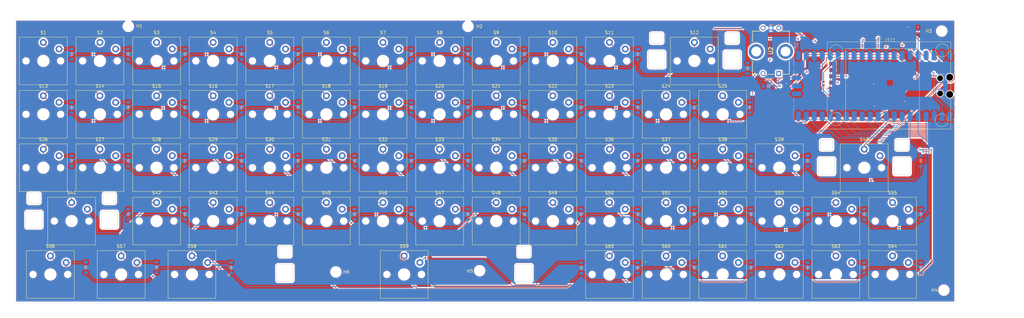
<source format=kicad_pcb>
(kicad_pcb (version 20241229) (generator "pcbnew") (generator_version "9.0")
  (title_block (title "Centauri") (date "2025-06-12") (rev "1.0"))
  (layers (0 "F.Cu" signal) (2 "B.Cu" signal) (13 "F.Paste" user) (15 "B.Paste" user) (5 "F.SilkS" user "F.Silkscreen") (7 "B.SilkS" user "B.Silkscreen") (1 "F.Mask" user) (3 "B.Mask" user) (25 "Edge.Cuts" user))
  (net 0 "")
  (net 1 "Row 1")
  (net 2 "Net-(D1-K)")
  (net 3 "Net-(D2-K)")
  (net 4 "Net-(D3-K)")
  (net 5 "Net-(D4-K)")
  (net 6 "Net-(D5-K)")
  (net 7 "Net-(D6-K)")
  (net 8 "Net-(D7-K)")
  (net 9 "Net-(D8-K)")
  (net 10 "Net-(D9-K)")
  (net 11 "Net-(D10-K)")
  (net 12 "Net-(D11-K)")
  (net 13 "Net-(D12-K)")
  (net 14 "Row 2")
  (net 15 "Net-(D13-K)")
  (net 16 "Net-(D14-K)")
  (net 17 "Net-(D15-K)")
  (net 18 "Net-(D16-K)")
  (net 19 "Net-(D17-K)")
  (net 20 "Net-(D18-K)")
  (net 21 "Net-(D19-K)")
  (net 22 "Net-(D20-K)")
  (net 23 "Net-(D21-K)")
  (net 24 "Net-(D22-K)")
  (net 25 "Net-(D23-K)")
  (net 26 "Net-(D24-K)")
  (net 27 "Net-(D25-K)")
  (net 28 "Net-(D26-K)")
  (net 29 "Row 3")
  (net 30 "Net-(D27-K)")
  (net 31 "Net-(D28-K)")
  (net 32 "Net-(D29-K)")
  (net 33 "Net-(D30-K)")
  (net 34 "Net-(D31-K)")
  (net 35 "Net-(D32-K)")
  (net 36 "Net-(D33-K)")
  (net 37 "Net-(D34-K)")
  (net 38 "Net-(D35-K)")
  (net 39 "Net-(D36-K)")
  (net 40 "Net-(D37-K)")
  (net 41 "Net-(D38-K)")
  (net 42 "Net-(D39-K)")
  (net 43 "Net-(D40-K)")
  (net 44 "Net-(D41-K)")
  (net 45 "Row 4")
  (net 46 "Net-(D42-K)")
  (net 47 "Net-(D43-K)")
  (net 48 "Net-(D44-K)")
  (net 49 "Net-(D45-K)")
  (net 50 "Net-(D46-K)")
  (net 51 "Net-(D47-K)")
  (net 52 "Net-(D48-K)")
  (net 53 "Net-(D49-K)")
  (net 54 "Net-(D50-K)")
  (net 55 "Net-(D51-K)")
  (net 56 "Net-(D52-K)")
  (net 57 "Net-(D53-K)")
  (net 58 "Net-(D54-K)")
  (net 59 "Net-(D55-K)")
  (net 60 "Net-(D56-K)")
  (net 61 "Row 5")
  (net 62 "Net-(D57-K)")
  (net 63 "Net-(D58-K)")
  (net 64 "Net-(D59-K)")
  (net 65 "Net-(D60-K)")
  (net 66 "Net-(D61-K)")
  (net 67 "Net-(D62-K)")
  (net 68 "Net-(D63-K)")
  (net 69 "Net-(D64-K)")
  (net 70 "Net-(TFT1-BLK)")
  (net 71 "3.3V")
  (net 72 "Net-(D66-K)")
  (net 73 "GND")
  (net 74 "Signal B")
  (net 75 "Column 1")
  (net 76 "Column 2")
  (net 77 "Column 3")
  (net 78 "Column 4")
  (net 79 "Column 5")
  (net 80 "Column 6")
  (net 81 "Column 7")
  (net 82 "Column 8")
  (net 83 "Column 9")
  (net 84 "Column 10")
  (net 85 "Column 11")
  (net 86 "Column 12")
  (net 87 "Column 13")
  (net 88 "Column 14")
  (net 89 "Column 15")
  (net 90 "DC")
  (net 91 "SDA")
  (net 92 "SCL")
  (net 93 "RES")
  (net 105 "Net-(D65-K)")
  (net 106 "Signal A")
  (footprint "ScottoKeebs_Choc:Choc_V1_1.00u" (layer "F.Cu") (at 93.576 76.1)
    (property "Reference" "S29")
    (property "Value" "Keyswitch")
  )
  (footprint "Personal:TFT_1.3_SPI_Module" (layer "F.Cu") (at 308.896 36)
    (property "Reference" "TFT1")
    (property "Value" "~")
  )
  (footprint "ScottoKeebs_Choc:Choc_V1_1.00u" (layer "F.Cu") (at 75.576 42.1)
    (property "Reference" "S3")
    (property "Value" "Keyswitch")
  )
  (footprint "ScottoKeebs_Choc:Choc_V1_1.00u" (layer "F.Cu") (at 255.576 59.1)
    (property "Reference" "S25")
    (property "Value" "Keyswitch")
  )
  (footprint "ScottoKeebs_Choc:Choc_V1_2.00u" (layer "F.Cu") (at 48.576 93.1)
    (property "Reference" "S41")
    (property "Value" "Keyswitch")
  )
  (footprint "ScottoKeebs_Choc:Choc_V1_1.00u" (layer "F.Cu") (at 147.576 93.1)
    (property "Reference" "S46")
    (property "Value" "Keyswitch")
  )
  (footprint "ScottoKeebs_Choc:Choc_V1_1.00u" (layer "F.Cu") (at 75.576 59.1)
    (property "Reference" "S15")
    (property "Value" "Keyswitch")
  )
  (footprint "ScottoKeebs_Choc:Choc_V1_1.00u" (layer "F.Cu") (at 129.576 76.1)
    (property "Reference" "S31")
    (property "Value" "Keyswitch")
  )
  (footprint "ScottoKeebs_Choc:Choc_V1_1.00u" (layer "F.Cu") (at 273.576 110.1)
    (property "Reference" "S62")
    (property "Value" "Keyswitch")
  )
  (footprint "ScottoKeebs_Choc:Choc_V1_1.00u" (layer "F.Cu") (at 165.576 76.1)
    (property "Reference" "S33")
    (property "Value" "Keyswitch")
  )
  (footprint "ScottoKeebs_Choc:Choc_V1_1.00u" (layer "F.Cu") (at 57.576 42.1)
    (property "Reference" "S2")
    (property "Value" "Keyswitch")
  )
  (footprint "MountingHole:MountingHole_3.2mm_M3" (layer "F.Cu") (at 132.6 109.3)
    (property "Reference" "H6")
    (property "Value" "MountingHole")
  )
  (footprint "ScottoKeebs_Choc:Choc_V1_1.25u" (layer "F.Cu") (at 64.326 110.1)
    (property "Reference" "S57")
    (property "Value" "Keyswitch")
  )
  (footprint "ScottoKeebs_Choc:Choc_V1_1.00u" (layer "F.Cu") (at 273.576 76.1)
    (property "Reference" "S39")
    (property "Value" "Keyswitch")
  )
  (footprint "ScottoKeebs_Choc:Choc_V1_1.00u" (layer "F.Cu") (at 219.57 110.1)
    (property "Reference" "S65")
    (property "Value" "Keyswitch")
  )
  (footprint "ScottoKeebs_Choc:Choc_V1_1.00u" (layer "F.Cu") (at 147.576 42.1)
    (property "Reference" "S7")
    (property "Value" "Keyswitch")
  )
  (footprint "ScottoKeebs_Choc:Choc_V1_1.00u" (layer "F.Cu") (at 291.576 110.1)
    (property "Reference" "S63")
    (property "Value" "Keyswitch")
  )
  (footprint "marbastlib-xp-choc:STAB_choc_2u" (layer "F.Cu") (at 246.6 42.1)
    (property "Reference" "REF**" (hide yes))
    (property "Value" "STAB_choc_2u")
    (fp_line (start -14.65 1.8) (end -14.65 -2.7) (stroke (width 0.12)) (layer "Edge.Cuts"))
    (fp_line (start -14.15 -3.2) (end -9.85 -3.2) (stroke (width 0.12)) (layer "Edge.Cuts"))
    (fp_line (start -14.15 2.3) (end -9.85 2.3) (stroke (width 0.12)) (layer "Edge.Cuts"))
    (fp_line (start -14 -6) (end -14 -8.5) (stroke (width 0.12)) (layer "Edge.Cuts"))
    (fp_line (start -13.5 -9) (end -10.5 -9) (stroke (width 0.12)) (layer "Edge.Cuts"))
    (fp_line (start -13.5 -5.5) (end -10.5 -5.5) (stroke (width 0.12)) (layer "Edge.Cuts"))
    (fp_line (start -10 -6) (end -10 -8.5) (stroke (width 0.12)) (layer "Edge.Cuts"))
    (fp_line (start -9.35 1.8) (end -9.35 -2.7) (stroke (width 0.12)) (layer "Edge.Cuts"))
    (fp_line (start 9.35 1.8) (end 9.35 -2.7) (stroke (width 0.12)) (layer "Edge.Cuts"))
    (fp_line (start 10 -6) (end 10 -8.5) (stroke (width 0.12)) (layer "Edge.Cuts"))
    (fp_line (start 13.5 -9) (end 10.5 -9) (stroke (width 0.12)) (layer "Edge.Cuts"))
    (fp_line (start 13.5 -5.5) (end 10.5 -5.5) (stroke (width 0.12)) (layer "Edge.Cuts"))
    (fp_line (start 14 -6) (end 14 -8.5) (stroke (width 0.12)) (layer "Edge.Cuts"))
    (fp_line (start 14.15 -3.2) (end 9.85 -3.2) (stroke (width 0.12)) (layer "Edge.Cuts"))
    (fp_line (start 14.15 2.3) (end 9.85 2.3) (stroke (width 0.12)) (layer "Edge.Cuts"))
    (fp_line (start 14.65 1.8) (end 14.65 -2.7) (stroke (width 0.12)) (layer "Edge.Cuts"))
    (fp_arc (start -14.65 -2.7) (mid -14.503553 -3.053553) (end -14.15 -3.2) (stroke (width 0.12)) (layer "Edge.Cuts"))
    (fp_arc (start -14.15 2.3) (mid -14.503553 2.153553) (end -14.65 1.8) (stroke (width 0.12)) (layer "Edge.Cuts"))
    (fp_arc (start -14 -8.5) (mid -13.853553 -8.853553) (end -13.5 -9) (stroke (width 0.12)) (layer "Edge.Cuts"))
    (fp_arc (start -13.5 -5.5) (mid -13.853553 -5.646447) (end -14 -6) (stroke (width 0.12)) (layer "Edge.Cuts"))
    (fp_arc (start -10.5 -9) (mid -10.146447 -8.853553) (end -10 -8.5) (stroke (width 0.12)) (layer "Edge.Cuts"))
    (fp_arc (start -10 -6) (mid -10.146447 -5.646447) (end -10.5 -5.5) (stroke (width 0.12)) (layer "Edge.Cuts"))
    (fp_arc (start -9.85 -3.2) (mid -9.496447 -3.053553) (end -9.35 -2.7) (stroke (width 0.12)) (layer "Edge.Cuts"))
    (fp_arc (start -9.35 1.8) (mid -9.496447 2.153553) (end -9.85 2.3) (stroke (width 0.12)) (layer "Edge.Cuts"))
    (fp_arc (start 9.35 -2.7) (mid 9.496447 -3.053553) (end 9.85 -3.2) (stroke (width 0.12)) (layer "Edge.Cuts"))
    (fp_arc (start 9.85 2.3) (mid 9.496447 2.153553) (end 9.35 1.8) (stroke (width 0.12)) (layer "Edge.Cuts"))
    (fp_arc (start 10 -8.5) (mid 10.146447 -8.853553) (end 10.5 -9) (stroke (width 0.12)) (layer "Edge.Cuts"))
    (fp_arc (start 10.5 -5.5) (mid 10.146447 -5.646447) (end 10 -6) (stroke (width 0.12)) (layer "Edge.Cuts"))
    (fp_arc (start 13.5 -9) (mid 13.853553 -8.853553) (end 14 -8.5) (stroke (width 0.12)) (layer "Edge.Cuts"))
    (fp_arc (start 14 -6) (mid 13.853553 -5.646447) (end 13.5 -5.5) (stroke (width 0.12)) (layer "Edge.Cuts"))
    (fp_arc (start 14.15 -3.2) (mid 14.503553 -3.053553) (end 14.65 -2.7) (stroke (width 0.12)) (layer "Edge.Cuts"))
    (fp_arc (start 14.65 1.8) (mid 14.503553 2.153553) (end 14.15 2.3) (stroke (width 0.12)) (layer "Edge.Cuts"))
  )
  (footprint "ScottoKeebs_Choc:Choc_V1_1.00u" (layer "F.Cu") (at 219.576 93.1)
    (property "Reference" "S50")
    (property "Value" "Keyswitch")
  )
  (footprint "ScottoKeebs_Choc:Choc_V1_1.00u" (layer "F.Cu") (at 291.576 93.1)
    (property "Reference" "S54")
    (property "Value" "Keyswitch")
  )
  (footprint "ScottoKeebs_Choc:Choc_V1_1.00u" (layer "F.Cu") (at 57.576 76.1)
    (property "Reference" "S27")
    (property "Value" "Keyswitch")
  )
  (footprint "ScottoKeebs_Choc:Choc_V1_1.00u" (layer "F.Cu") (at 39.576 76.1)
    (property "Reference" "S26")
    (property "Value" "Keyswitch")
  )
  (footprint "ScottoKeebs_Choc:Choc_V1_1.00u" (layer "F.Cu") (at 309.576 93.1)
    (property "Reference" "S55")
    (property "Value" "Keyswitch")
  )
  (footprint "ScottoKeebs_Choc:Choc_V1_1.00u" (layer "F.Cu") (at 93.576 42.1)
    (property "Reference" "S4")
    (property "Value" "Keyswitch")
  )
  (footprint "ScottoKeebs_Choc:Choc_V1_1.00u" (layer "F.Cu") (at 111.576 76.1)
    (property "Reference" "S30")
    (property "Value" "Keyswitch")
  )
  (footprint "ScottoKeebs_Choc:Choc_V1_1.00u" (layer "F.Cu") (at 201.576 76.1)
    (property "Reference" "S35")
    (property "Value" "Keyswitch")
  )
  (footprint "ScottoKeebs_Choc:Choc_V1_1.00u" (layer "F.Cu") (at 39.576 42.1)
    (property "Reference" "S1")
    (property "Value" "Keyswitch")
  )
  (footprint "ScottoKeebs_Choc:Choc_V1_1.00u" (layer "F.Cu") (at 147.576 59.1)
    (property "Reference" "S19")
    (property "Value" "Keyswitch")
  )
  (footprint "ScottoKeebs_Choc:Choc_V1_1.00u" (layer "F.Cu") (at 309.576 110.1)
    (property "Reference" "S64")
    (property "Value" "Keyswitch")
  )
  (footprint "MountingHole:MountingHole_3.2mm_M3" (layer "F.Cu") (at 174.6 31.1)
    (property "Reference" "H2")
    (property "Value" "MountingHole")
  )
  (footprint "ScottoKeebs_Choc:Choc_V1_1.00u" (layer "F.Cu") (at 183.576 93.1)
    (property "Reference" "S48")
    (property "Value" "Keyswitch")
  )
  (footprint "MountingHole:MountingHole_3.2mm_M3" (layer "F.Cu") (at 66.6 31.1)
    (property "Reference" "H1")
    (property "Value" "MountingHole")
  )
  (footprint "marbastlib-xp-choc:STAB_choc_2u" (layer "F.Cu") (at 48.6 93.1)
    (property "Reference" "REF**" (hide yes))
    (property "Value" "STAB_choc_2u")
    (fp_line (start -14.65 1.8) (end -14.65 -2.7) (stroke (width 0.12)) (layer "Edge.Cuts"))
    (fp_line (start -14.15 -3.2) (end -9.85 -3.2) (stroke (width 0.12)) (layer "Edge.Cuts"))
    (fp_line (start -14.15 2.3) (end -9.85 2.3) (stroke (width 0.12)) (layer "Edge.Cuts"))
    (fp_line (start -14 -6) (end -14 -8.5) (stroke (width 0.12)) (layer "Edge.Cuts"))
    (fp_line (start -13.5 -9) (end -10.5 -9) (stroke (width 0.12)) (layer "Edge.Cuts"))
    (fp_line (start -13.5 -5.5) (end -10.5 -5.5) (stroke (width 0.12)) (layer "Edge.Cuts"))
    (fp_line (start -10 -6) (end -10 -8.5) (stroke (width 0.12)) (layer "Edge.Cuts"))
    (fp_line (start -9.35 1.8) (end -9.35 -2.7) (stroke (width 0.12)) (layer "Edge.Cuts"))
    (fp_line (start 9.35 1.8) (end 9.35 -2.7) (stroke (width 0.12)) (layer "Edge.Cuts"))
    (fp_line (start 10 -6) (end 10 -8.5) (stroke (width 0.12)) (layer "Edge.Cuts"))
    (fp_line (start 13.5 -9) (end 10.5 -9) (stroke (width 0.12)) (layer "Edge.Cuts"))
    (fp_line (start 13.5 -5.5) (end 10.5 -5.5) (stroke (width 0.12)) (layer "Edge.Cuts"))
    (fp_line (start 14 -6) (end 14 -8.5) (stroke (width 0.12)) (layer "Edge.Cuts"))
    (fp_line (start 14.15 -3.2) (end 9.85 -3.2) (stroke (width 0.12)) (layer "Edge.Cuts"))
    (fp_line (start 14.15 2.3) (end 9.85 2.3) (stroke (width 0.12)) (layer "Edge.Cuts"))
    (fp_line (start 14.65 1.8) (end 14.65 -2.7) (stroke (width 0.12)) (layer "Edge.Cuts"))
    (fp_arc (start -14.65 -2.7) (mid -14.503553 -3.053553) (end -14.15 -3.2) (stroke (width 0.12)) (layer "Edge.Cuts"))
    (fp_arc (start -14.15 2.3) (mid -14.503553 2.153553) (end -14.65 1.8) (stroke (width 0.12)) (layer "Edge.Cuts"))
    (fp_arc (start -14 -8.5) (mid -13.853553 -8.853553) (end -13.5 -9) (stroke (width 0.12)) (layer "Edge.Cuts"))
    (fp_arc (start -13.5 -5.5) (mid -13.853553 -5.646447) (end -14 -6) (stroke (width 0.12)) (layer "Edge.Cuts"))
    (fp_arc (start -10.5 -9) (mid -10.146447 -8.853553) (end -10 -8.5) (stroke (width 0.12)) (layer "Edge.Cuts"))
    (fp_arc (start -10 -6) (mid -10.146447 -5.646447) (end -10.5 -5.5) (stroke (width 0.12)) (layer "Edge.Cuts"))
    (fp_arc (start -9.85 -3.2) (mid -9.496447 -3.053553) (end -9.35 -2.7) (stroke (width 0.12)) (layer "Edge.Cuts"))
    (fp_arc (start -9.35 1.8) (mid -9.496447 2.153553) (end -9.85 2.3) (stroke (width 0.12)) (layer "Edge.Cuts"))
    (fp_arc (start 9.35 -2.7) (mid 9.496447 -3.053553) (end 9.85 -3.2) (stroke (width 0.12)) (layer "Edge.Cuts"))
    (fp_arc (start 9.85 2.3) (mid 9.496447 2.153553) (end 9.35 1.8) (stroke (width 0.12)) (layer "Edge.Cuts"))
    (fp_arc (start 10 -8.5) (mid 10.146447 -8.853553) (end 10.5 -9) (stroke (width 0.12)) (layer "Edge.Cuts"))
    (fp_arc (start 10.5 -5.5) (mid 10.146447 -5.646447) (end 10 -6) (stroke (width 0.12)) (layer "Edge.Cuts"))
    (fp_arc (start 13.5 -9) (mid 13.853553 -8.853553) (end 14 -8.5) (stroke (width 0.12)) (layer "Edge.Cuts"))
    (fp_arc (start 14 -6) (mid 13.853553 -5.646447) (end 13.5 -5.5) (stroke (width 0.12)) (layer "Edge.Cuts"))
    (fp_arc (start 14.15 -3.2) (mid 14.503553 -3.053553) (end 14.65 -2.7) (stroke (width 0.12)) (layer "Edge.Cuts"))
    (fp_arc (start 14.65 1.8) (mid 14.503553 2.153553) (end 14.15 2.3) (stroke (width 0.12)) (layer "Edge.Cuts"))
  )
  (footprint "ScottoKeebs_Choc:Choc_V1_1.00u" (layer "F.Cu") (at 129.576 93.1)
    (property "Reference" "S45")
    (property "Value" "Keyswitch")
  )
  (footprint "ScottoKeebs_Choc:Choc_V1_1.00u" (layer "F.Cu") (at 255.576 93.1)
    (property "Reference" "S52")
    (property "Value" "Keyswitch")
  )
  (footprint "ScottoKeebs_Choc:Choc_V1_1.00u" (layer "F.Cu") (at 273.576 93.1)
    (property "Reference" "S53")
    (property "Value" "Keyswitch")
  )
  (footprint "ScottoKeebs_Choc:Choc_V1_2.00u" (layer "F.Cu") (at 300.576 76.1)
    (property "Reference" "S40")
    (property "Value" "Keyswitch")
  )
  (footprint "ScottoKeebs_Choc:Choc_V1_1.00u" (layer "F.Cu") (at 57.576 59.1)
    (property "Reference" "S14")
    (property "Value" "Keyswitch")
  )
  (footprint "ScottoKeebs_Components:Resistor_0402" (layer "F.Cu") (at 287.676 49.3 90)
    (property "Reference" "R1" (hide yes))
    (property "Value" "100" (hide yes))
  )
  (footprint "ScottoKeebs_Choc:Choc_V1_1.00u" (layer "F.Cu") (at 201.576 93.1)
    (property "Reference" "S49")
    (property "Value" "Keyswitch")
  )
  (footprint "ScottoKeebs_Choc:Choc_V1_1.25u" (layer "F.Cu") (at 41.826 110.1)
    (property "Reference" "S56")
    (property "Value" "Keyswitch")
  )
  (footprint "ScottoKeebs_Choc:Choc_V1_1.00u" (layer "F.Cu") (at 219.576 76.1)
    (property "Reference" "S36")
    (property "Value" "Keyswitch")
  )
  (footprint "ScottoKeebs_Choc:Choc_V1_1.00u" (layer "F.Cu") (at 237.576 110.1)
    (property "Reference" "S60")
    (property "Value" "Keyswitch")
  )
  (footprint "ScottoKeebs_Choc:Choc_V1_6.25u" (layer "F.Cu") (at 154.3 110.1)
    (property "Reference" "S59")
    (property "Value" "Keyswitch")
  )
  (footprint "ScottoKeebs_Choc:Choc_V1_1.00u" (layer "F.Cu") (at 129.576 42.1)
    (property "Reference" "S6")
    (property "Value" "Keyswitch")
  )
  (footprint "ScottoKeebs_Choc:Choc_V1_1.00u" (layer "F.Cu") (at 255.576 110.1)
    (property "Reference" "S61")
    (property "Value" "Keyswitch")
  )
  (footprint "marbastlib-xp-choc:STAB_choc_2u" (layer "F.Cu") (at 300.6 76.1)
    (property "Reference" "REF**" (hide yes))
    (property "Value" "STAB_choc_2u")
    (fp_line (start -14.65 1.8) (end -14.65 -2.7) (stroke (width 0.12)) (layer "Edge.Cuts"))
    (fp_line (start -14.15 -3.2) (end -9.85 -3.2) (stroke (width 0.12)) (layer "Edge.Cuts"))
    (fp_line (start -14.15 2.3) (end -9.85 2.3) (stroke (width 0.12)) (layer "Edge.Cuts"))
    (fp_line (start -14 -6) (end -14 -8.5) (stroke (width 0.12)) (layer "Edge.Cuts"))
    (fp_line (start -13.5 -9) (end -10.5 -9) (stroke (width 0.12)) (layer "Edge.Cuts"))
    (fp_line (start -13.5 -5.5) (end -10.5 -5.5) (stroke (width 0.12)) (layer "Edge.Cuts"))
    (fp_line (start -10 -6) (end -10 -8.5) (stroke (width 0.12)) (layer "Edge.Cuts"))
    (fp_line (start -9.35 1.8) (end -9.35 -2.7) (stroke (width 0.12)) (layer "Edge.Cuts"))
    (fp_line (start 9.35 1.8) (end 9.35 -2.7) (stroke (width 0.12)) (layer "Edge.Cuts"))
    (fp_line (start 10 -6) (end 10 -8.5) (stroke (width 0.12)) (layer "Edge.Cuts"))
    (fp_line (start 13.5 -9) (end 10.5 -9) (stroke (width 0.12)) (layer "Edge.Cuts"))
    (fp_line (start 13.5 -5.5) (end 10.5 -5.5) (stroke (width 0.12)) (layer "Edge.Cuts"))
    (fp_line (start 14 -6) (end 14 -8.5) (stroke (width 0.12)) (layer "Edge.Cuts"))
    (fp_line (start 14.15 -3.2) (end 9.85 -3.2) (stroke (width 0.12)) (layer "Edge.Cuts"))
    (fp_line (start 14.15 2.3) (end 9.85 2.3) (stroke (width 0.12)) (layer "Edge.Cuts"))
    (fp_line (start 14.65 1.8) (end 14.65 -2.7) (stroke (width 0.12)) (layer "Edge.Cuts"))
    (fp_arc (start -14.65 -2.7) (mid -14.503553 -3.053553) (end -14.15 -3.2) (stroke (width 0.12)) (layer "Edge.Cuts"))
    (fp_arc (start -14.15 2.3) (mid -14.503553 2.153553) (end -14.65 1.8) (stroke (width 0.12)) (layer "Edge.Cuts"))
    (fp_arc (start -14 -8.5) (mid -13.853553 -8.853553) (end -13.5 -9) (stroke (width 0.12)) (layer "Edge.Cuts"))
    (fp_arc (start -13.5 -5.5) (mid -13.853553 -5.646447) (end -14 -6) (stroke (width 0.12)) (layer "Edge.Cuts"))
    (fp_arc (start -10.5 -9) (mid -10.146447 -8.853553) (end -10 -8.5) (stroke (width 0.12)) (layer "Edge.Cuts"))
    (fp_arc (start -10 -6) (mid -10.146447 -5.646447) (end -10.5 -5.5) (stroke (width 0.12)) (layer "Edge.Cuts"))
    (fp_arc (start -9.85 -3.2) (mid -9.496447 -3.053553) (end -9.35 -2.7) (stroke (width 0.12)) (layer "Edge.Cuts"))
    (fp_arc (start -9.35 1.8) (mid -9.496447 2.153553) (end -9.85 2.3) (stroke (width 0.12)) (layer "Edge.Cuts"))
    (fp_arc (start 9.35 -2.7) (mid 9.496447 -3.053553) (end 9.85 -3.2) (stroke (width 0.12)) (layer "Edge.Cuts"))
    (fp_arc (start 9.85 2.3) (mid 9.496447 2.153553) (end 9.35 1.8) (stroke (width 0.12)) (layer "Edge.Cuts"))
    (fp_arc (start 10 -8.5) (mid 10.146447 -8.853553) (end 10.5 -9) (stroke (width 0.12)) (layer "Edge.Cuts"))
    (fp_arc (start 10.5 -5.5) (mid 10.146447 -5.646447) (end 10 -6) (stroke (width 0.12)) (layer "Edge.Cuts"))
    (fp_arc (start 13.5 -9) (mid 13.853553 -8.853553) (end 14 -8.5) (stroke (width 0.12)) (layer "Edge.Cuts"))
    (fp_arc (start 14 -6) (mid 13.853553 -5.646447) (end 13.5 -5.5) (stroke (width 0.12)) (layer "Edge.Cuts"))
    (fp_arc (start 14.15 -3.2) (mid 14.503553 -3.053553) (end 14.65 -2.7) (stroke (width 0.12)) (layer "Edge.Cuts"))
    (fp_arc (start 14.65 1.8) (mid 14.503553 2.153553) (end 14.15 2.3) (stroke (width 0.12)) (layer "Edge.Cuts"))
  )
  (footprint "ScottoKeebs_Choc:Choc_V1_1.00u" (layer "F.Cu") (at 75.576 76.1)
    (property "Reference" "S28")
    (property "Value" "Keyswitch")
  )
  (footprint "ScottoKeebs_Choc:Choc_V1_1.00u" (layer "F.Cu") (at 147.576 76.1)
    (property "Reference" "S32")
    (property "Value" "Keyswitch")
  )
  (footprint "ScottoKeebs_Choc:Choc_V1_1.00u" (layer "F.Cu") (at 255.576 76.1)
    (property "Reference" "S38")
    (property "Value" "Keyswitch")
  )
  (footprint "ScottoKeebs_Choc:Choc_V1_1.25u" (layer "F.Cu") (at 86.826 110.1)
    (property "Reference" "S58")
    (property "Value" "Keyswitch")
  )
  (footprint "ScottoKeebs_Choc:Choc_V1_1.00u" (layer "F.Cu") (at 93.576 59.1)
    (property "Reference" "S16")
    (property "Value" "Keyswitch")
  )
  (footprint "ScottoKeebs_Choc:Choc_V1_1.00u" (layer "F.Cu") (at 219.576 59.1)
    (property "Reference" "S23")
    (property "Value" "Keyswitch")
  )
  (footprint "ScottoKeebs_Choc:Choc_V1_1.00u" (layer "F.Cu") (at 219.576 42.1)
    (property "Reference" "S11")
    (property "Value" "Keyswitch")
  )
  (footprint "ScottoKeebs_Choc:Choc_V1_1.00u" (layer "F.Cu") (at 237.576 59.1)
    (property "Reference" "S24")
    (property "Value" "Keyswitch")
  )
  (footprint "ScottoKeebs_Choc:Choc_V1_1.00u" (layer "F.Cu") (at 93.576 93.1)
    (property "Reference" "S43")
    (property "Value" "Keyswitch")
  )
  (footprint "ScottoKeebs_Choc:Choc_V1_1.00u" (layer "F.Cu") (at 183.576 59.1)
    (property "Reference" "S21")
    (property "Value" "Keyswitch")
  )
  (footprint "MountingHole:MountingHole_3.2mm_M3" (layer "F.Cu") (at 325.2 32.6)
    (property "Reference" "H3")
    (property "Value" "MountingHole_3.2mm_M3")
  )
  (footprint "ScottoKeebs_Choc:Choc_V1_1.00u" (layer "F.Cu") (at 129.576 59.1)
    (property "Reference" "S18")
    (property "Value" "Keyswitch")
  )
  (footprint "ScottoKeebs_Choc:Choc_V1_1.00u" (layer "F.Cu") (at 165.576 93.1)
    (property "Reference" "S47")
    (property "Value" "Keyswitch")
  )
  (footprint "ScottoKeebs_Choc:Choc_V1_1.00u" (layer "F.Cu") (at 165.576 42.1)
    (property "Reference" "S8")
    (property "Value" "Keyswitch")
  )
  (footprint "ScottoKeebs_Choc:Choc_V1_1.00u" (layer "F.Cu") (at 39.576 59.1)
    (property "Reference" "S13")
    (property "Value" "Keyswitch")
  )
  (footprint "ScottoKeebs_Choc:Choc_V1_1.00u" (layer "F.Cu") (at 201.576 59.1)
    (property "Reference" "S22")
    (property "Value" "Keyswitch")
  )
  (footprint "ScottoKeebs_Choc:Choc_V1_1.00u" (layer "F.Cu") (at 183.576 76.1)
    (property "Reference" "S34")
    (property "Value" "Keyswitch")
  )
  (footprint "MountingHole:MountingHole_3.2mm_M3" (layer "F.Cu") (at 325.9 115.1)
    (property "Reference" "H4")
    (property "Value" "MountingHole")
  )
  (footprint "ScottoKeebs_Choc:Choc_V1_1.00u" (layer "F.Cu") (at 111.576 42.1)
    (property "Reference" "S5")
    (property "Value" "Keyswitch")
  )
  (footprint "ScottoKeebs_Choc:Choc_V1_1.00u" (layer "F.Cu") (at 237.576 76.1)
    (property "Reference" "S37")
    (property "Value" "Keyswitch")
  )
  (footprint "482020514001:482020514001" (layer "F.Cu") (at 273.4 46.1 90)
    (property "Reference" "U2")
    (property "Value" "482020514001" (hide yes))
  )
  (footprint "ScottoKeebs_Choc:Choc_V1_1.00u" (layer "F.Cu") (at 237.576 93.1)
    (property "Reference" "S51")
    (property "Value" "Keyswitch")
  )
  (footprint "ScottoKeebs_Choc:Choc_V1_1.00u" (layer "F.Cu") (at 75.576 93.1)
    (property "Reference" "S42")
    (property "Value" "Keyswitch")
  )
  (footprint "ScottoKeebs_Choc:Choc_V1_1.00u" (layer "F.Cu") (at 183.576 42.1)
    (property "Reference" "S9")
    (property "Value" "Keyswitch")
  )
  (footprint "ScottoKeebs_Choc:Choc_V1_1.00u" (layer "F.Cu") (at 201.576 42.1)
    (property "Reference" "S10")
    (property "Value" "Keyswitch")
  )
  (footprint "MountingHole:MountingHole_3.2mm_M3" (layer "F.Cu") (at 178.3 108.9)
    (property "Reference" "H5")
    (property "Value" "MountingHole")
  )
  (footprint "ScottoKeebs_Choc:Choc_V1_2.00u" (layer "F.Cu") (at 246.576 42.1)
    (property "Reference" "S12")
    (property "Value" "Keyswitch")
  )
  (footprint "ScottoKeebs_Choc:Choc_V1_1.00u" (layer "F.Cu") (at 111.576 93.1)
    (property "Reference" "S44")
    (property "Value" "Keyswitch")
  )
  (footprint "marbastlib-xp-choc:STAB_choc_6.25u" (layer "F.Cu") (at 154.4 110.1)
    (property "Reference" "REF**" (hide yes))
    (property "Value" "STAB_choc_6.25u")
    (fp_line (start -40.65 1.8) (end -40.65 -2.7) (stroke (width 0.12)) (layer "Edge.Cuts"))
    (fp_line (start -40.15 -3.2) (end -35.85 -3.2) (stroke (width 0.12)) (layer "Edge.Cuts"))
    (fp_line (start -40.15 2.3) (end -35.85 2.3) (stroke (width 0.12)) (layer "Edge.Cuts"))
    (fp_line (start -40 -6) (end -40 -8.5) (stroke (width 0.12)) (layer "Edge.Cuts"))
    (fp_line (start -39.5 -9) (end -36.5 -9) (stroke (width 0.12)) (layer "Edge.Cuts"))
    (fp_line (start -39.5 -5.5) (end -36.5 -5.5) (stroke (width 0.12)) (layer "Edge.Cuts"))
    (fp_line (start -36 -6) (end -36 -8.5) (stroke (width 0.12)) (layer "Edge.Cuts"))
    (fp_line (start -35.35 1.8) (end -35.35 -2.7) (stroke (width 0.12)) (layer "Edge.Cuts"))
    (fp_line (start 35.35 1.8) (end 35.35 -2.7) (stroke (width 0.12)) (layer "Edge.Cuts"))
    (fp_line (start 36 -6) (end 36 -8.5) (stroke (width 0.12)) (layer "Edge.Cuts"))
    (fp_line (start 39.5 -9) (end 36.5 -9) (stroke (width 0.12)) (layer "Edge.Cuts"))
    (fp_line (start 39.5 -5.5) (end 36.5 -5.5) (stroke (width 0.12)) (layer "Edge.Cuts"))
    (fp_line (start 40 -6) (end 40 -8.5) (stroke (width 0.12)) (layer "Edge.Cuts"))
    (fp_line (start 40.15 -3.2) (end 35.85 -3.2) (stroke (width 0.12)) (layer "Edge.Cuts"))
    (fp_line (start 40.15 2.3) (end 35.85 2.3) (stroke (width 0.12)) (layer "Edge.Cuts"))
    (fp_line (start 40.65 1.8) (end 40.65 -2.7) (stroke (width 0.12)) (layer "Edge.Cuts"))
    (fp_arc (start -40.65 -2.7) (mid -40.503553 -3.053553) (end -40.15 -3.2) (stroke (width 0.12)) (layer "Edge.Cuts"))
    (fp_arc (start -40.15 2.3) (mid -40.503553 2.153553) (end -40.65 1.8) (stroke (width 0.12)) (layer "Edge.Cuts"))
    (fp_arc (start -40 -8.5) (mid -39.853553 -8.853553) (end -39.5 -9) (stroke (width 0.12)) (layer "Edge.Cuts"))
    (fp_arc (start -39.5 -5.5) (mid -39.853553 -5.646447) (end -40 -6) (stroke (width 0.12)) (layer "Edge.Cuts"))
    (fp_arc (start -36.5 -9) (mid -36.146447 -8.853553) (end -36 -8.5) (stroke (width 0.12)) (layer "Edge.Cuts"))
    (fp_arc (start -36 -6) (mid -36.146447 -5.646447) (end -36.5 -5.5) (stroke (width 0.12)) (layer "Edge.Cuts"))
    (fp_arc (start -35.85 -3.2) (mid -35.496447 -3.053553) (end -35.35 -2.7) (stroke (width 0.12)) (layer "Edge.Cuts"))
    (fp_arc (start -35.35 1.8) (mid -35.496447 2.153553) (end -35.85 2.3) (stroke (width 0.12)) (layer "Edge.Cuts"))
    (fp_arc (start 35.35 -2.7) (mid 35.496447 -3.053553) (end 35.85 -3.2) (stroke (width 0.12)) (layer "Edge.Cuts"))
    (fp_arc (start 35.85 2.3) (mid 35.496447 2.153553) (end 35.35 1.8) (stroke (width 0.12)) (layer "Edge.Cuts"))
    (fp_arc (start 36 -8.5) (mid 36.146447 -8.853553) (end 36.5 -9) (stroke (width 0.12)) (layer "Edge.Cuts"))
    (fp_arc (start 36.5 -5.5) (mid 36.146447 -5.646447) (end 36 -6) (stroke (width 0.12)) (layer "Edge.Cuts"))
    (fp_arc (start 39.5 -9) (mid 39.853553 -8.853553) (end 40 -8.5) (stroke (width 0.12)) (layer "Edge.Cuts"))
    (fp_arc (start 40 -6) (mid 39.853553 -5.646447) (end 39.5 -5.5) (stroke (width 0.12)) (layer "Edge.Cuts"))
    (fp_arc (start 40.15 -3.2) (mid 40.503553 -3.053553) (end 40.65 -2.7) (stroke (width 0.12)) (layer "Edge.Cuts"))
    (fp_arc (start 40.65 1.8) (mid 40.503553 2.153553) (end 40.15 2.3) (stroke (width 0.12)) (layer "Edge.Cuts"))
  )
  (footprint "ScottoKeebs_Choc:Choc_V1_1.00u" (layer "F.Cu") (at 111.576 59.1)
    (property "Reference" "S17")
    (property "Value" "Keyswitch")
  )
  (footprint "ScottoKeebs_Choc:Choc_V1_1.00u" (layer "F.Cu") (at 165.576 59.1)
    (property "Reference" "S20")
    (property "Value" "Keyswitch")
  )
  (footprint "ScottoKeebs_Components:Diode_SOD-123" (layer "B.Cu") (at 66.576 90.95 -90)
    (property "Reference" "D41" (hide yes))
    (property "Value" "Diode")
  )
  (footprint "ScottoKeebs_Components:Diode_SOD-123" (layer "B.Cu") (at 246.576 56.95 -90)
    (property "Reference" "D24" (hide yes))
    (property "Value" "Diode")
  )
  (footprint "ScottoKeebs_Components:Diode_SOD-123" (layer "B.Cu") (at 192.576 56.95 -90)
    (property "Reference" "D21" (hide yes))
    (property "Value" "Diode")
  )
  (footprint "ScottoKeebs_Components:Diode_SOD-123" (layer "B.Cu") (at 228.5 108 -90)
    (property "Reference" "D65" (hide yes))
    (property "Value" "Diode")
  )
  (footprint "ScottoKeebs_Components:Diode_SOD-123" (layer "B.Cu") (at 282.676 90.95 -90)
    (property "Reference" "D53" (hide yes))
    (property "Value" "Diode")
  )
  (footprint "ScottoKeebs_Components:Diode_SOD-123" (layer "B.Cu") (at 138.576 56.95 -90)
    (property "Reference" "D18" (hide yes))
    (property "Value" "Diode")
  )
  (footprint "ScottoKeebs_Components:Diode_SOD-123" (layer "B.Cu") (at 192.576 73.95 -90)
    (property "Reference" "D34" (hide yes))
    (property "Value" "Diode")
  )
  (footprint "ScottoKeebs_Components:Diode_SOD-123" (layer "B.Cu") (at 318.576 73.95 -90)
    (property "Reference" "D40" (hide yes))
    (property "Value" "Diode")
  )
  (footprint "ScottoKeebs_Components:Diode_SOD-123" (layer "B.Cu") (at 246.576 73.95 -90)
    (property "Reference" "D37" (hide yes))
    (property "Value" "Diode")
  )
  (footprint "ScottoKeebs_Components:Diode_SOD-123" (layer "B.Cu") (at 210.576 90.95 -90)
    (property "Reference" "D49" (hide yes))
    (property "Value" "Diode")
  )
  (footprint "ScottoKeebs_Components:Diode_SOD-123" (layer "B.Cu") (at 156.576 39.95 -90)
    (property "Reference" "D7" (hide yes))
    (property "Value" "Diode")
  )
  (footprint "ScottoKeebs_Components:Diode_SOD-123" (layer "B.Cu") (at 156.576 90.95 -90)
    (property "Reference" "D46" (hide yes))
    (property "Value" "Diode")
  )
  (footprint "ScottoKeebs_Components:Diode_SOD-123" (layer "B.Cu") (at 120.576 39.95 -90)
    (property "Reference" "D5" (hide yes))
    (property "Value" "Diode")
  )
  (footprint "ScottoKeebs_Components:Diode_SOD-123" (layer "B.Cu") (at 48.576 73.95 -90)
    (property "Reference" "D26" (hide yes))
    (property "Value" "Diode")
  )
  (footprint "ScottoKeebs_Components:Diode_SOD-123" (layer "B.Cu") (at 48.616 39.95 -90)
    (property "Reference" "D1" (hide yes))
    (property "Value" "Diode")
  )
  (footprint "ScottoKeebs_Components:Diode_SOD-123" (layer "B.Cu") (at 246.576 107.95 -90)
    (property "Reference" "D60" (hide yes))
    (property "Value" "Diode")
  )
  (footprint "ScottoKeebs_Components:Diode_SOD-123" (layer "B.Cu") (at 192.576 39.95 -90)
    (property "Reference" "D9" (hide yes))
    (property "Value" "Diode")
  )
  (footprint "ScottoKeebs_Components:Diode_SOD-123" (layer "B.Cu") (at 174.576 90.95 -90)
    (property "Reference" "D47" (hide yes))
    (property "Value" "Diode")
  )
  (footprint "ScottoKeebs_Components:Diode_SOD-123" (layer "B.Cu") (at 210.6 108 -90)
    (property "Reference" "D59" (hide yes))
    (property "Value" "Diode")
  )
  (footprint "ScottoKeebs_Components:Diode_SOD-123" (layer "B.Cu") (at 102.576 73.95 -90)
    (property "Reference" "D29" (hide yes))
    (property "Value" "Diode")
  )
  (footprint "ScottoKeebs_Components:Diode_SOD-123" (layer "B.Cu") (at 120.576 90.95 -90)
    (property "Reference" "D44" (hide yes))
    (property "Value" "Diode")
  )
  (footprint "ScottoKeebs_Components:Diode_SOD-123" (layer "B.Cu") (at 210.576 56.95 -90)
    (property "Reference" "D22" (hide yes))
    (property "Value" "Diode")
  )
  (footprint "ScottoKeebs_Components:Diode_SOD-123" (layer "B.Cu") (at 174.576 56.95 -90)
    (property "Reference" "D20" (hide yes))
    (property "Value" "Diode")
  )
  (footprint "ScottoKeebs_Components:Diode_SOD-123" (layer "B.Cu") (at 228.576 56.95 -90)
    (property "Reference" "D23" (hide yes))
    (property "Value" "Diode")
  )
  (footprint "ScottoKeebs_Components:Diode_SOD-123" (layer "B.Cu") (at 210.576 73.95 -90)
    (property "Reference" "D35" (hide yes))
    (property "Value" "Diode")
  )
  (footprint "ScottoKeebs_Components:Diode_SOD-123" (layer "B.Cu") (at 246.576 90.95 -90)
    (property "Reference" "D51" (hide yes))
    (property "Value" "Diode")
  )
  (footprint "ScottoKeebs_Components:Diode_SOD-123" (layer "B.Cu") (at 210.576 39.95 -90)
    (property "Reference" "D10" (hide yes))
    (property "Value" "Diode")
  )
  (footprint "ScottoKeebs_Components:Diode_SOD-123" (layer "B.Cu") (at 75.576 107.85 -90)
    (property "Reference" "D57" (hide yes))
    (property "Value" "Diode")
  )
  (footprint "ScottoKeebs_Components:Diode_SOD-123" (layer "B.Cu") (at 263.5 44.5 -90)
    (property "Reference" "D12" (hide yes))
    (property "Value" "Diode")
  )
  (footprint "ScottoKeebs_Components:Diode_SOD-123" (layer "B.Cu") (at 264.176 56.95 -90)
    (property "Reference" "D25" (hide yes))
    (property "Value" "Diode")
  )
  (footprint "ScottoKeebs_Components:Diode_SOD-123" (layer "B.Cu") (at 84.576 90.95 -90)
    (property "Reference" "D42" (hide yes))
    (property "Value" "Diode")
  )
  (footprint "ScottoKeebs_Components:Diode_SOD-123" (layer "B.Cu") (at 156.576 56.95 -90)
    (property "Reference" "D19" (hide yes))
    (property "Value" "Diode")
  )
  (footprint "ScottoKeebs_Components:Diode_SOD-123" (layer "B.Cu") (at 228.576 39.95 -90)
    (property "Reference" "D11" (hide yes))
    (property "Value" "Diode")
  )
  (footprint "ScottoKeebs_Components:Diode_SOD-123" (layer "B.Cu") (at 156.576 73.95 -90)
    (property "Reference" "D32" (hide yes))
    (property "Value" "Diode")
  )
  (footprint "ScottoKeebs_Components:Diode_SOD-123" (layer "B.Cu") (at 318.576 90.95 -90)
    (property "Reference" "D55" (hide yes))
    (property "Value" "Diode")
  )
  (footprint "ScottoKeebs_Components:Diode_SOD-123" (layer "B.Cu") (at 84.676 39.95 -90)
    (property "Reference" "D3" (hide yes))
    (property "Value" "Diode")
  )
  (footprint "ScottoKeebs_Components:Diode_SOD-123" (layer "B.Cu") (at 138.576 39.95 -90)
    (property "Reference" "D6" (hide yes))
    (property "Value" "Diode")
  )
  (footprint "ScottoKeebs_Components:Diode_SOD-123" (layer "B.Cu") (at 282.576 107.95 -90)
    (property "Reference" "D62" (hide yes))
    (property "Value" "Diode")
  )
  (footprint "ScottoKeebs_Components:Diode_SOD-123" (layer "B.Cu") (at 192.576 90.95 -90)
    (property "Reference" "D48" (hide yes))
    (property "Value" "Diode")
  )
  (footprint "ScottoKeebs_Components:Diode_SOD-123" (layer "B.Cu") (at 66.576 56.95 -90)
    (property "Reference" "D14" (hide yes))
    (property "Value" "Diode")
  )
  (footprint "ScottoKeebs_Components:Diode_SOD-123" (layer "B.Cu") (at 138.576 73.95 -90)
    (property "Reference" "D31" (hide yes))
    (property "Value" "Diode")
  )
  (footprint "ScottoKeebs_Components:Diode_SOD-123" (layer "B.Cu") (at 84.576 73.95 -90)
    (property "Reference" "D28" (hide yes))
    (property "Value" "Diode")
  )
  (footprint "ScottoKeebs_Components:Diode_SOD-123" (layer "B.Cu") (at 264.576 107.95 -90)
    (property "Reference" "D61" (hide yes))
    (property "Value" "Diode")
  )
  (footprint "ScottoKeebs_Components:Diode_SOD-123" (layer "B.Cu") (at 138.576 90.95 -90)
    (property "Reference" "D45" (hide yes))
    (property "Value" "Diode")
  )
  (footprint "ScottoKeebs_Components:Diode_SOD-123" (layer "B.Cu") (at 102.576 90.95 -90)
    (property "Reference" "D43" (hide yes))
    (property "Value" "Diode")
  )
  (footprint "ScottoKeebs_Components:Diode_SOD-123" (layer "B.Cu") (at 228.576 90.95 -90)
    (property "Reference" "D50" (hide yes))
    (property "Value" "Diode")
  )
  (footprint "ScottoKeebs_Components:Diode_SOD-123" (layer "B.Cu") (at 264.576 90.95 -90)
    (property "Reference" "D52" (hide yes))
    (property "Value" "Diode")
  )
  (footprint "ScottoKeebs_Components:Diode_SOD-123" (layer "B.Cu") (at 99.276 107.95 -90)
    (property "Reference" "D58" (hide yes))
    (property "Value" "Diode")
  )
  (footprint "ScottoKeebs_Components:Diode_SOD-123" (layer "B.Cu") (at 48.576 56.95 -90)
    (property "Reference" "D13" (hide yes))
    (property "Value" "Diode")
  )
  (footprint "ScottoKeebs_Components:Diode_SOD-123" (layer "B.Cu") (at 84.576 56.95 -90)
    (property "Reference" "D15" (hide yes))
    (property "Value" "Diode")
  )
  (footprint "ScottoKeebs_Components:Diode_SOD-123" (layer "B.Cu") (at 270.2 50.1 180)
    (property "Reference" "D66")
    (property "Value" "Diode")
  )
  (footprint "ScottoKeebs_Components:Diode_SOD-123" (layer "B.Cu") (at 300.576 90.95 -90)
    (property "Reference" "D54" (hide yes))
    (property "Value" "Diode")
  )
  (footprint "ScottoKeebs_Components:Diode_SOD-123" (layer "B.Cu") (at 102.576 56.95 -90)
    (property "Reference" "D16" (hide yes))
    (property "Value" "Diode")
  )
  (footprint "ScottoKeebs_Components:Diode_SOD-123" (layer "B.Cu") (at 264.576 73.95 -90)
    (property "Reference" "D38" (hide yes))
    (property "Value" "Diode")
  )
  (footprint "ScottoKeebs_Components:Diode_SOD-123" (layer "B.Cu") (at 120.576 73.95 -90)
    (property "Reference" "D30" (hide yes))
    (property "Value" "Diode")
  )
  (footprint "ScottoKeebs_Components:Diode_SOD-123" (layer "B.Cu") (at 120.576 56.85 -90)
    (property "Reference" "D17" (hide yes))
    (property "Value" "Diode")
  )
  (footprint "ScottoKeebs_Components:Diode_SOD-123" (layer "B.Cu") (at 102.576 39.95 -90)
    (property "Reference" "D4" (hide yes))
    (property "Value" "Diode")
  )
  (footprint "ScottoKeebs_Components:Diode_SOD-123" (layer "B.Cu") (at 318.576 107.95 -90)
    (property "Reference" "D64" (hide yes))
    (property "Value" "Diode")
  )
  (footprint "ScottoKeebs_Components:Diode_SOD-123" (layer "B.Cu") (at 174.576 39.95 -90)
    (property "Reference" "D8" (hide yes))
    (property "Value" "Diode")
  )
  (footprint "ScottoKeebs_Components:Diode_SOD-123" (layer "B.Cu") (at 53.076 107.85 -90)
    (property "Reference" "D56" (hide yes))
    (property "Value" "Diode")
  )
  (footprint "ScottoKeebs_Components:Diode_SOD-123" (layer "B.Cu") (at 300.576 107.95 -90)
    (property "Reference" "D63" (hide yes))
    (property "Value" "Diode")
  )
  (footprint "ScottoKeebs_Components:Diode_SOD-123" (layer "B.Cu") (at 66.546 39.95 -90)
    (property "Reference" "D2" (hide yes))
    (property "Value" "Diode")
  )
  (footprint "ScottoKeebs_Components:Diode_SOD-123" (layer "B.Cu") (at 282.576 73.95 -90)
    (property "Reference" "D39" (hide yes))
    (property "Value" "Diode")
  )
  (footprint "ScottoKeebs_Components:Diode_SOD-123" (layer "B.Cu") (at 66.576 73.95 -90)
    (property "Reference" "D27" (hide yes))
    (property "Value" "Diode")
  )
  (footprint "ScottoKeebs_Components:Diode_SOD-123" (layer "B.Cu") (at 174.576 73.95 -90)
    (property "Reference" "D33" (hide yes))
    (property "Value" "Diode")
  )
  (footprint "Module:RaspberryPi_Pico_SMD_HandSolder" (layer "B.Cu") (at 303.746 50.035 90)
    (property "Reference" "U1")
    (property "Value" "Raspberry_Pi_Pico")
  )
  (footprint "ScottoKeebs_Components:Diode_SOD-123" (layer "B.Cu") (at 228.576 73.95 -90)
    (property "Reference" "D36" (hide yes))
    (property "Value" "Diode")
  )
  (gr_rect (start 30.476 28.8) (end 329.676 119.2) (stroke (width 0.05)) (fill no) (layer "Edge.Cuts"))
  (segment (start 311.014 40.074) (end 281.475 40.074) (width 0.2) (layer "F.Cu") (net 1))
  (segment (start 323.376 46.8) (end 317.74 46.8) (width 0.2) (layer "F.Cu") (net 1))
  (segment (start 281.475 43.701) (end 277.688 47.488) (width 0.2) (layer "F.Cu") (net 1))
  (segment (start 317.74 46.8) (end 311.014 40.074) (width 0.2) (layer "F.Cu") (net 1))
  (segment (start 274.112 47.488) (end 277.688 47.488) (width 0.2) (layer "F.Cu") (net 1))
  (segment (start 281.475 40.074) (end 281.475 43.701) (width 0.2) (layer "F.Cu") (net 1))
  (segment (start 274 47.6) (end 274.112 47.488) (width 0.2) (layer "F.Cu") (net 1))
  (via (at 323.376 46.8) (size 0.6) (drill 0.3) (layers "F.Cu" "B.Cu") (net 1))
  (via (at 274 47.6) (size 0.6) (drill 0.3) (layers "F.Cu" "B.Cu") (net 1))
  (segment (start 267.4 48.95) (end 268.55 50.1) (width 0.2) (layer "B.Cu") (net 1))
  (segment (start 69.122 44.176) (end 82.1 44.176) (width 0.2) (layer "B.Cu") (net 1))
  (segment (start 137 40.024) (end 138.576 41.6) (width 0.2) (layer "B.Cu") (net 1))
  (segment (start 48.616 41.6) (end 50.192 40.024) (width 0.2) (layer "B.Cu") (net 1))
  (segment (start 190 44.176) (end 192.576 41.6) (width 0.2) (layer "B.Cu") (net 1))
  (segment (start 177.152 44.176) (end 190 44.176) (width 0.2) (layer "B.Cu") (net 1))
  (segment (start 173 40.024) (end 174.576 41.6) (width 0.2) (layer "B.Cu") (net 1))
  (segment (start 82.1 44.176) (end 84.676 41.6) (width 0.2) (layer "B.Cu") (net 1))
  (segment (start 118 44.176) (end 120.576 41.6) (width 0.2) (layer "B.Cu") (net 1))
  (segment (start 66.546 41.6) (end 69.122 44.176) (width 0.2) (layer "B.Cu") (net 1))
  (segment (start 64.97 40.024) (end 66.546 41.6) (width 0.2) (layer "B.Cu") (net 1))
  (segment (start 122.152 40.024) (end 137 40.024) (width 0.2) (layer "B.Cu") (net 1))
  (segment (start 105.152 44.176) (end 118 44.176) (width 0.2) (layer "B.Cu") (net 1))
  (segment (start 141.152 44.176) (end 154 44.176) (width 0.2) (layer "B.Cu") (net 1))
  (segment (start 273.3 48.3) (end 274 47.6) (width 0.2) (layer "B.Cu") (net 1))
  (segment (start 261.75 46.15) (end 263.5 46.15) (width 0.2) (layer "B.Cu") (net 1))
  (segment (start 213.152 44.176) (end 226 44.176) (width 0.2) (layer "B.Cu") (net 1))
  (segment (start 50.192 40.024) (end 64.97 40.024) (width 0.2) (layer "B.Cu") (net 1))
  (segment (start 230.4 46.6) (end 261.3 46.6) (width 0.2) (layer "B.Cu") (net 1))
  (segment (start 323.376 46.8) (end 323.376 53.6) (width 0.2) (layer "B.Cu") (net 1))
  (segment (start 210.576 41.6) (end 213.152 44.176) (width 0.2) (layer "B.Cu") (net 1))
  (segment (start 226 44.176) (end 228.576 41.6) (width 0.2) (layer "B.Cu") (net 1))
  (segment (start 138.576 41.6) (end 141.152 44.176) (width 0.2) (layer "B.Cu") (net 1))
  (segment (start 84.676 41.6) (end 86.252 40.024) (width 0.2) (layer "B.Cu") (net 1))
  (segment (start 263.5 46.15) (end 265.25 46.15) (width 0.2) (layer "B.Cu") (net 1))
  (segment (start 192.576 41.6) (end 194.152 40.024) (width 0.2) (layer "B.Cu") (net 1))
  (segment (start 86.252 40.024) (end 101 40.024) (width 0.2) (layer "B.Cu") (net 1))
  (segment (start 194.152 40.024) (end 209 40.024) (width 0.2) (layer "B.Cu") (net 1))
  (segment (start 267.4 48.3) (end 273.3 48.3) (width 0.2) (layer "B.Cu") (net 1))
  (segment (start 267.4 48.3) (end 267.4 48.95) (width 0.2) (layer "B.Cu") (net 1))
  (segment (start 327.876 58.1) (end 327.876 59.725) (width 0.2) (layer "B.Cu") (net 1))
  (segment (start 261.3 46.6) (end 261.75 46.15) (width 0.2) (layer "B.Cu") (net 1))
  (segment (start 323.376 53.6) (end 327.876 58.1) (width 0.2) (layer "B.Cu") (net 1))
  (segment (start 228.576 44.776) (end 230.4 46.6) (width 0.2) (layer "B.Cu") (net 1))
  (segment (start 209 40.024) (end 210.576 41.6) (width 0.2) (layer "B.Cu") (net 1))
  (segment (start 102.576 41.6) (end 105.152 44.176) (width 0.2) (layer "B.Cu") (net 1))
  (segment (start 228.576 41.6) (end 228.576 44.776) (width 0.2) (layer "B.Cu") (net 1))
  (segment (start 265.25 46.15) (end 267.4 48.3) (width 0.2) (layer "B.Cu") (net 1))
  (segment (start 101 40.024) (end 102.576 41.6) (width 0.2) (layer "B.Cu") (net 1))
  (segment (start 156.576 41.6) (end 158.152 40.024) (width 0.2) (layer "B.Cu") (net 1))
  (segment (start 174.576 41.6) (end 177.152 44.176) (width 0.2) (layer "B.Cu") (net 1))
  (segment (start 154 44.176) (end 156.576 41.6) (width 0.2) (layer "B.Cu") (net 1))
  (segment (start 120.576 41.6) (end 122.152 40.024) (width 0.2) (layer "B.Cu") (net 1))
  (segment (start 158.152 40.024) (end 173 40.024) (width 0.2) (layer "B.Cu") (net 1))
  (segment (start 44.576 38.3) (end 48.616 38.3) (width 0.2) (layer "B.Cu") (net 2))
  (segment (start 62.576 38.3) (end 66.546 38.3) (width 0.2) (layer "B.Cu") (net 3))
  (segment (start 80.576 38.3) (end 84.676 38.3) (width 0.2) (layer "B.Cu") (net 4))
  (segment (start 98.576 38.3) (end 102.576 38.3) (width 0.2) (layer "B.Cu") (net 5))
  (segment (start 116.576 38.3) (end 120.576 38.3) (width 0.2) (layer "B.Cu") (net 6))
  (segment (start 134.576 38.3) (end 138.576 38.3) (width 0.2) (layer "B.Cu") (net 7))
  (segment (start 152.576 38.3) (end 156.576 38.3) (width 0.2) (layer "B.Cu") (net 8))
  (segment (start 170.576 38.3) (end 174.576 38.3) (width 0.2) (layer "B.Cu") (net 9))
  (segment (start 188.576 38.3) (end 192.576 38.3) (width 0.2) (layer "B.Cu") (net 10))
  (segment (start 206.576 38.3) (end 210.576 38.3) (width 0.2) (layer "B.Cu") (net 11))
  (segment (start 224.576 38.3) (end 228.576 38.3) (width 0.2) (layer "B.Cu") (net 12))
  (segment (start 251.576 38.3) (end 253 36.876) (width 0.2) (layer "B.Cu") (net 13))
  (segment (start 253 36.876) (end 253 31.9) (width 0.2) (layer "B.Cu") (net 13))
  (segment (start 261.3 31.9) (end 263.5 34.1) (width 0.2) (layer "B.Cu") (net 13))
  (segment (start 253 31.9) (end 261.3 31.9) (width 0.2) (layer "B.Cu") (net 13))
  (segment (start 263.5 34.1) (end 263.5 42.85) (width 0.2) (layer "B.Cu") (net 13))
  (segment (start 284.9 35.7) (end 285.225 36.025) (width 0.2) (layer "F.Cu") (net 14))
  (segment (start 285.225 36.025) (end 312.701 36.025) (width 0.2) (layer "F.Cu") (net 14))
  (segment (start 270.7 41.7) (end 265.076 47.324) (width 0.2) (layer "F.Cu") (net 14))
  (segment (start 312.701 36.025) (end 322.676 46) (width 0.2) (layer "F.Cu") (net 14))
  (segment (start 265.076 47.324) (end 265.076 52.5) (width 0.2) (layer "F.Cu") (net 14))
  (via (at 265.076 52.5) (size 0.6) (drill 0.3) (layers "F.Cu" "B.Cu") (net 14))
  (via (at 322.676 46) (size 0.6) (drill 0.3) (layers "F.Cu" "B.Cu") (net 14))
  (via (at 284.9 35.7) (size 0.6) (drill 0.3) (layers "F.Cu" "B.Cu") (net 14))
  (via (at 270.7 41.7) (size 0.6) (drill 0.3) (layers "F.Cu" "B.Cu") (net 14))
  (segment (start 159.152 61.176) (end 172 61.176) (width 0.2) (layer "B.Cu") (net 14))
  (segment (start 68.152 57.024) (end 83 57.024) (width 0.2) (layer "B.Cu") (net 14))
  (segment (start 322.676 53.4671) (end 325.336 56.1271) (width 0.2) (layer "B.Cu") (net 14))
  (segment (start 246.576 58.6) (end 249.152 61.176) (width 0.2) (layer "B.Cu") (net 14))
  (segment (start 102.576 58.6) (end 104.152 57.024) (width 0.2) (layer "B.Cu") (net 14))
  (segment (start 244 61.176) (end 246.576 58.6) (width 0.2) (layer "B.Cu") (net 14))
  (segment (start 270.6 33.7) (end 282.9 33.7) (width 0.2) (layer "B.Cu") (net 14))
  (segment (start 270.6 36.3) (end 270.6 33.7) (width 0.2) (layer "B.Cu") (net 14))
  (segment (start 325.336 56.1271) (end 325.336 59.725) (width 0.2) (layer "B.Cu") (net 14))
  (segment (start 192.576 58.6) (end 195.152 61.176) (width 0.2) (layer "B.Cu") (net 14))
  (segment (start 212.152 57.024) (end 227 57.024) (width 0.2) (layer "B.Cu") (net 14))
  (segment (start 172 61.176) (end 174.576 58.6) (width 0.2) (layer "B.Cu") (net 14))
  (segment (start 104.152 57.024) (end 119.1 57.024) (width 0.2) (layer "B.Cu") (net 14))
  (segment (start 155 57.024) (end 156.576 58.6) (width 0.2) (layer "B.Cu") (net 14))
  (segment (start 48.576 58.6) (end 51.152 61.176) (width 0.2) (layer "B.Cu") (net 14))
  (segment (start 123.252 61.176) (end 136 61.176) (width 0.2) (layer "B.Cu") (net 14))
  (segment (start 140.152 57.024) (end 155 57.024) (width 0.2) (layer "B.Cu") (net 14))
  (segment (start 51.152 61.176) (end 64 61.176) (width 0.2) (layer "B.Cu") (net 14))
  (segment (start 64 61.176) (end 66.576 58.6) (width 0.2) (layer "B.Cu") (net 14))
  (segment (start 208 61.176) (end 210.576 58.6) (width 0.2) (layer "B.Cu") (net 14))
  (segment (start 136 61.176) (end 138.576 58.6) (width 0.2) (layer "B.Cu") (net 14))
  (segment (start 174.576 58.6) (end 176.152 57.024) (width 0.2) (layer "B.Cu") (net 14))
  (segment (start 265.076 52.5) (end 265.076 57.7) (width 0.2) (layer "B.Cu") (net 14))
  (segment (start 66.576 58.6) (end 68.152 57.024) (width 0.2) (layer "B.Cu") (net 14))
  (segment (start 231.152 61.176) (end 244 61.176) (width 0.2) (layer "B.Cu") (net 14))
  (segment (start 270.7 36.4) (end 270.6 36.3) (width 0.2) (layer "B.Cu") (net 14))
  (segment (start 227 57.024) (end 228.576 58.6) (width 0.2) (layer "B.Cu") (net 14))
  (segment (start 228.576 58.6) (end 231.152 61.176) (width 0.2) (layer "B.Cu") (net 14))
  (segment (start 156.576 58.6) (end 159.152 61.176) (width 0.2) (layer "B.Cu") (net 14))
  (segment (start 261.6 61.176) (end 264.176 58.6) (width 0.2) (layer "B.Cu") (net 14))
  (segment (start 191 57.024) (end 192.576 58.6) (width 0.2) (layer "B.Cu") (net 14))
  (segment (start 87.152 61.176) (end 100 61.176) (width 0.2) (layer "B.Cu") (net 14))
  (segment (start 282.9 33.7) (end 284.9 35.7) (width 0.2) (layer "B.Cu") (net 14))
  (segment (start 210.576 58.6) (end 212.152 57.024) (width 0.2) (layer "B.Cu") (net 14))
  (segment (start 270.7 41.7) (end 270.7 36.4) (width 0.2) (layer "B.Cu") (net 14))
  (segment (start 195.152 61.176) (end 208 61.176) (width 0.2) (layer "B.Cu") (net 14))
  (segment (start 322.676 46) (end 322.676 53.4671) (width 0.2) (layer "B.Cu") (net 14))
  (segment (start 138.576 58.6) (end 140.152 57.024) (width 0.2) (layer "B.Cu") (net 14))
  (segment (start 120.576 58.5) (end 123.252 61.176) (width 0.2) (layer "B.Cu") (net 14))
  (segment (start 119.1 57.024) (end 120.576 58.5) (width 0.2) (layer "B.Cu") (net 14))
  (segment (start 84.576 58.6) (end 87.152 61.176) (width 0.2) (layer "B.Cu") (net 14))
  (segment (start 176.152 57.024) (end 191 57.024) (width 0.2) (layer "B.Cu") (net 14))
  (segment (start 265.076 57.7) (end 264.176 58.6) (width 0.2) (layer "B.Cu") (net 14))
  (segment (start 249.152 61.176) (end 261.6 61.176) (width 0.2) (layer "B.Cu") (net 14))
  (segment (start 83 57.024) (end 84.576 58.6) (width 0.2) (layer "B.Cu") (net 14))
  (segment (start 100 61.176) (end 102.576 58.6) (width 0.2) (layer "B.Cu") (net 14))
  (segment (start 44.576 55.3) (end 48.576 55.3) (width 0.2) (layer "B.Cu") (net 15))
  (segment (start 62.576 55.3) (end 66.576 55.3) (width 0.2) (layer "B.Cu") (net 16))
  (segment (start 80.576 55.3) (end 84.576 55.3) (width 0.2) (layer "B.Cu") (net 17))
  (segment (start 98.576 55.3) (end 102.576 55.3) (width 0.2) (layer "B.Cu") (net 18))
  (segment (start 120.476 55.3) (end 120.576 55.2) (width 0.2) (layer "B.Cu") (net 19))
  (segment (start 116.576 55.3) (end 120.476 55.3) (width 0.2) (layer "B.Cu") (net 19))
  (segment (start 134.576 55.3) (end 138.576 55.3) (width 0.2) (layer "B.Cu") (net 20))
  (segment (start 152.576 55.3) (end 156.576 55.3) (width 0.2) (layer "B.Cu") (net 21))
  (segment (start 170.576 55.3) (end 174.576 55.3) (width 0.2) (layer "B.Cu") (net 22))
  (segment (start 188.576 55.3) (end 192.576 55.3) (width 0.2) (layer "B.Cu") (net 23))
  (segment (start 206.576 55.3) (end 210.576 55.3) (width 0.2) (layer "B.Cu") (net 24))
  (segment (start 224.576 55.3) (end 228.576 55.3) (width 0.2) (layer "B.Cu") (net 25))
  (segment (start 242.576 55.3) (end 246.576 55.3) (width 0.2) (layer "B.Cu") (net 26))
  (segment (start 260.576 55.3) (end 264.176 55.3) (width 0.2) (layer "B.Cu") (net 27))
  (segment (start 44.576 72.3) (end 48.576 72.3) (width 0.2) (layer "B.Cu") (net 28))
  (segment (start 82 78.176) (end 84.576 75.6) (width 0.2) (layer "B.Cu") (net 29))
  (segment (start 263 74.024) (end 264.576 75.6) (width 0.2) (layer "B.Cu") (net 29))
  (segment (start 102.576 75.6) (end 105.152 78.176) (width 0.2) (layer "B.Cu") (net 29))
  (segment (start 154 78.176) (end 156.576 75.6) (width 0.2) (layer "B.Cu") (net 29))
  (segment (start 248.152 74.024) (end 263 74.024) (width 0.2) (layer "B.Cu") (net 29))
  (segment (start 65 74.024) (end 66.576 75.6) (width 0.2) (layer "B.Cu") (net 29))
  (segment (start 120.576 75.6) (end 122.152 74.024) (width 0.2) (layer "B.Cu") (net 29))
  (segment (start 210.576 75.6) (end 213.152 78.176) (width 0.2) (layer "B.Cu") (net 29))
  (segment (start 282.576 75.6) (end 282.576 76.376) (width 0.2) (layer "B.Cu") (net 29))
  (segment (start 226 78.176) (end 228.576 75.6) (width 0.2) (layer "B.Cu") (net 29))
  (segment (start 209 74.024) (end 210.576 75.6) (width 0.2) (layer "B.Cu") (net 29))
  (segment (start 230.152 74.024) (end 245 74.024) (width 0.2) (layer "B.Cu") (net 29))
  (segment (start 69.152 78.176) (end 82 78.176) (width 0.2) (layer "B.Cu") (net 29))
  (segment (start 84.576 75.6) (end 86.152 74.024) (width 0.2) (layer "B.Cu") (net 29))
  (segment (start 246.576 75.6) (end 248.152 74.024) (width 0.2) (layer "B.Cu") (net 29))
  (segment (start 267.152 78.176) (end 280 78.176) (width 0.2) (layer "B.Cu") (net 29))
  (segment (start 141.152 78.176) (end 154 78.176) (width 0.2) (layer "B.Cu") (net 29))
  (segment (start 156.576 75.6) (end 158.152 74.024) (width 0.2) (layer "B.Cu") (net 29))
  (segment (start 286.2 80) (end 316.6 80) (width 0.2) (layer "B.Cu") (net 29))
  (segment (start 280 78.176) (end 282.576 75.6) (width 0.2) (layer "B.Cu") (net 29))
  (segment (start 320.256 73.92) (end 320.256 59.725) (width 0.2) (layer "B.Cu") (net 29))
  (segment (start 190 78.176) (end 192.576 75.6) (width 0.2) (layer "B.Cu") (net 29))
  (segment (start 158.152 74.024) (end 173 74.024) (width 0.2) (layer "B.Cu") (net 29))
  (segment (start 194.152 74.024) (end 209 74.024) (width 0.2) (layer "B.Cu") (net 29))
  (segment (start 118 78.176) (end 120.576 75.6) (width 0.2) (layer "B.Cu") (net 29))
  (segment (start 173 74.024) (end 174.576 75.6) (width 0.2) (layer "B.Cu") (net 29))
  (segment (start 264.576 75.6) (end 267.152 78.176) (width 0.2) (layer "B.Cu") (net 29))
  (segment (start 245 74.024) (end 246.576 75.6) (width 0.2) (layer "B.Cu") (net 29))
  (segment (start 177.152 78.176) (end 190 78.176) (width 0.2) (layer "B.Cu") (net 29))
  (segment (start 192.576 75.6) (end 194.152 74.024) (width 0.2) (layer "B.Cu") (net 29))
  (segment (start 86.152 74.024) (end 101 74.024) (width 0.2) (layer "B.Cu") (net 29))
  (segment (start 105.152 78.176) (end 118 78.176) (width 0.2) (layer "B.Cu") (net 29))
  (segment (start 101 74.024) (end 102.576 75.6) (width 0.2) (layer "B.Cu") (net 29))
  (segment (start 48.576 75.6) (end 50.152 74.024) (width 0.2) (layer "B.Cu") (net 29))
  (segment (start 50.152 74.024) (end 65 74.024) (width 0.2) (layer "B.Cu") (net 29))
  (segment (start 122.152 74.024) (end 137 74.024) (width 0.2) (layer "B.Cu") (net 29))
  (segment (start 137 74.024) (end 138.576 75.6) (width 0.2) (layer "B.Cu") (net 29))
  (segment (start 66.576 75.6) (end 69.152 78.176) (width 0.2) (layer "B.Cu") (net 29))
  (segment (start 318.576 75.6) (end 320.256 73.92) (width 0.2) (layer "B.Cu") (net 29))
  (segment (start 228.576 75.6) (end 230.152 74.024) (width 0.2) (layer "B.Cu") (net 29))
  (segment (start 318.576 78.024) (end 318.576 75.6) (width 0.2) (layer "B.Cu") (net 29))
  (segment (start 138.576 75.6) (end 141.152 78.176) (width 0.2) (layer "B.Cu") (net 29))
  (segment (start 213.152 78.176) (end 226 78.176) (width 0.2) (layer "B.Cu") (net 29))
  (segment (start 174.576 75.6) (end 177.152 78.176) (width 0.2) (layer "B.Cu") (net 29))
  (segment (start 316.6 80) (end 318.576 78.024) (width 0.2) (layer "B.Cu") (net 29))
  (segment (start 282.576 76.376) (end 286.2 80) (width 0.2) (layer "B.Cu") (net 29))
  (segment (start 62.576 72.3) (end 66.576 72.3) (width 0.2) (layer "B.Cu") (net 30))
  (segment (start 80.576 72.3) (end 84.576 72.3) (width 0.2) (layer "B.Cu") (net 31))
  (segment (start 102.576 72.3) (end 98.576 72.3) (width 0.2) (layer "B.Cu") (net 32))
  (segment (start 120.576 72.3) (end 116.576 72.3) (width 0.2) (layer "B.Cu") (net 33))
  (segment (start 138.576 72.3) (end 134.576 72.3) (width 0.2) (layer "B.Cu") (net 34))
  (segment (start 156.576 72.3) (end 152.576 72.3) (width 0.2) (layer "B.Cu") (net 35))
  (segment (start 174.576 72.3) (end 170.576 72.3) (width 0.2) (layer "B.Cu") (net 36))
  (segment (start 188.576 72.3) (end 192.576 72.3) (width 0.2) (layer "B.Cu") (net 37))
  (segment (start 210.576 72.3) (end 206.576 72.3) (width 0.2) (layer "B.Cu") (net 38))
  (segment (start 228.576 72.3) (end 224.576 72.3) (width 0.2) (layer "B.Cu") (net 39))
  (segment (start 242.576 72.3) (end 246.576 72.3) (width 0.2) (layer "B.Cu") (net 40))
  (segment (start 260.576 72.3) (end 264.576 72.3) (width 0.2) (layer "B.Cu") (net 41))
  (segment (start 278.576 72.3) (end 282.576 72.3) (width 0.2) (layer "B.Cu") (net 42))
  (segment (start 316.3 74.576) (end 318.576 72.3) (width 0.2) (layer "B.Cu") (net 43))
  (segment (start 305.576 72.3) (end 308.7 75.424) (width 0.2) (layer "B.Cu") (net 43))
  (segment (start 316.3 79.6) (end 316.3 74.576) (width 0.2) (layer "B.Cu") (net 43))
  (segment (start 308.7 75.424) (end 308.7 79.6) (width 0.2) (layer "B.Cu") (net 43))
  (segment (start 308.7 79.6) (end 316.3 79.6) (width 0.2) (layer "B.Cu") (net 43))
  (segment (start 64.2 96.2) (end 64.2 91.676) (width 0.2) (layer "B.Cu") (net 44))
  (segment (start 63.6 96.8) (end 64.2 96.2) (width 0.2) (layer "B.Cu") (net 44))
  (segment (start 56.7 92.424) (end 56.7 96.8) (width 0.2) (layer "B.Cu") (net 44))
  (segment (start 64.2 91.676) (end 66.576 89.3) (width 0.2) (layer "B.Cu") (net 44))
  (segment (start 56.7 96.8) (end 63.6 96.8) (width 0.2) (layer "B.Cu") (net 44))
  (segment (start 53.576 89.3) (end 56.7 92.424) (width 0.2) (layer "B.Cu") (net 44))
  (segment (start 319.276 71) (end 321.176 71) (width 0.2) (layer "F.Cu") (net 45))
  (via (at 319.276 71) (size 0.6) (drill 0.3) (layers "F.Cu" "B.Cu") (net 45))
  (via (at 321.176 71) (size 0.6) (drill 0.3) (layers "F.Cu" "B.Cu") (net 45))
  (segment (start 321.176 90) (end 318.576 92.6) (width 0.2) (layer "B.Cu") (net 45))
  (segment (start 208 95.176) (end 210.576 92.6) (width 0.2) (layer "B.Cu") (net 45))
  (segment (start 140.152 91.024) (end 155 91.024) (width 0.2) (layer "B.Cu") (net 45))
  (segment (start 120.576 92.6) (end 123.152 95.176) (width 0.2) (layer "B.Cu") (net 45))
  (segment (start 104.152 91.024) (end 119 91.024) (width 0.2) (layer "B.Cu") (net 45))
  (segment (start 228.576 92.6) (end 231.152 95.176) (width 0.2) (layer "B.Cu") (net 45))
  (segment (start 123.152 95.176) (end 136 95.176) (width 0.2) (layer "B.Cu") (net 45))
  (segment (start 319.276 66.8) (end 317.716 65.24) (width 0.2) (layer "B.Cu") (net 45))
  (segment (start 155 91.024) (end 156.576 92.6) (width 0.2) (layer "B.Cu") (net 45))
  (segment (start 68.152 91.024) (end 83 91.024) (width 0.2) (layer "B.Cu") (net 45))
  (segment (start 279.376 95.9) (end 282.676 92.6) (width 0.2) (layer "B.Cu") (net 45))
  (segment (start 319.276 71) (end 319.276 66.8) (width 0.2) (layer "B.Cu") (net 45))
  (segment (start 264.576 92.6) (end 267.876 95.9) (width 0.2) (layer "B.Cu") (net 45))
  (segment (start 303.152 95.176) (end 316 95.176) (width 0.2) (layer "B.Cu") (net 45))
  (segment (start 210.576 92.6) (end 212.152 91.024) (width 0.2) (layer "B.Cu") (net 45))
  (segment (start 192.576 92.6) (end 195.152 95.176) (width 0.2) (layer "B.Cu") (net 45))
  (segment (start 299 91.024) (end 300.576 92.6) (width 0.2) (layer "B.Cu") (net 45))
  (segment (start 212.152 91.024) (end 227 91.024) (width 0.2) (layer "B.Cu") (net 45))
  (segment (start 176.152 91.024) (end 191 91.024) (width 0.2) (layer "B.Cu") (net 45))
  (segment (start 87.152 95.176) (end 100 95.176) (width 0.2) (layer "B.Cu") (net 45))
  (segment (start 244 95.176) (end 246.576 92.6) (width 0.2) (layer "B.Cu") (net 45))
  (segment (start 246.576 92.6) (end 248.152 91.024) (width 0.2) (layer "B.Cu") (net 45))
  (segment (start 195.152 95.176) (end 208 95.176) (width 0.2) (layer "B.Cu") (net 45))
  (segment (start 267.876 95.9) (end 279.376 95.9) (width 0.2) (layer "B.Cu") (net 45))
  (segment (start 156.576 92.6) (end 159.152 95.176) (width 0.2) (layer "B.Cu") (net 45))
  (segment (start 174.576 92.6) (end 176.152 91.024) (width 0.2) (layer "B.Cu") (net 45))
  (segment (start 138.576 92.6) (end 140.152 91.024) (width 0.2) (layer "B.Cu") (net 45))
  (segment (start 66.576 92.6) (end 68.152 91.024) (width 0.2) (layer "B.Cu") (net 45))
  (segment (start 83 91.024) (end 84.576 92.6) (width 0.2) (layer "B.Cu") (net 45))
  (segment (start 227 91.024) (end 228.576 92.6) (width 0.2) (layer "B.Cu") (net 45))
  (segment (start 263 91.024) (end 264.576 92.6) (width 0.2) (layer "B.Cu") (net 45))
  (segment (start 159.152 95.176) (end 172 95.176) (width 0.2) (layer "B.Cu") (net 45))
  (segment (start 248.152 91.024) (end 263 91.024) (width 0.2) (layer "B.Cu") (net 45))
  (segment (start 316 95.176) (end 318.576 92.6) (width 0.2) (layer "B.Cu") (net 45))
  (segment (start 102.576 92.6) (end 104.152 91.024) (width 0.2) (layer "B.Cu") (net 45))
  (segment (start 119 91.024) (end 120.576 92.6) (width 0.2) (layer "B.Cu") (net 45))
  (segment (start 317.716 65.24) (end 317.716 59.725) (width 0.2) (layer "B.Cu") (net 45))
  (segment (start 136 95.176) (end 138.576 92.6) (width 0.2) (layer "B.Cu") (net 45))
  (segment (start 172 95.176) (end 174.576 92.6) (width 0.2) (layer "B.Cu") (net 45))
  (segment (start 300.576 92.6) (end 303.152 95.176) (width 0.2) (layer "B.Cu") (net 45))
  (segment (start 231.152 95.176) (end 244 95.176) (width 0.2) (layer "B.Cu") (net 45))
  (segment (start 284.252 91.024) (end 299 91.024) (width 0.2) (layer "B.Cu") (net 45))
  (segment (start 321.176 71) (end 321.176 90) (width 0.2) (layer "B.Cu") (net 45))
  (segment (start 84.576 92.6) (end 87.152 95.176) (width 0.2) (layer "B.Cu") (net 45))
  (segment (start 282.676 92.6) (end 284.252 91.024) (width 0.2) (layer "B.Cu") (net 45))
  (segment (start 100 95.176) (end 102.576 92.6) (width 0.2) (layer "B.Cu") (net 45))
  (segment (start 191 91.024) (end 192.576 92.6) (width 0.2) (layer "B.Cu") (net 45))
  (segment (start 80.576 89.3) (end 84.576 89.3) (width 0.2) (layer "B.Cu") (net 46))
  (segment (start 98.576 89.3) (end 102.576 89.3) (width 0.2) (layer "B.Cu") (net 47))
  (segment (start 116.576 89.3) (end 120.576 89.3) (width 0.2) (layer "B.Cu") (net 48))
  (segment (start 134.576 89.3) (end 138.576 89.3) (width 0.2) (layer "B.Cu") (net 49))
  (segment (start 152.576 89.3) (end 156.576 89.3) (width 0.2) (layer "B.Cu") (net 50))
  (segment (start 170.576 89.3) (end 174.576 89.3) (width 0.2) (layer "B.Cu") (net 51))
  (segment (start 188.576 89.3) (end 192.576 89.3) (width 0.2) (layer "B.Cu") (net 52))
  (segment (start 206.576 89.3) (end 210.576 89.3) (width 0.2) (layer "B.Cu") (net 53))
  (segment (start 224.576 89.3) (end 228.576 89.3) (width 0.2) (layer "B.Cu") (net 54))
  (segment (start 242.576 89.3) (end 246.576 89.3) (width 0.2) (layer "B.Cu") (net 55))
  (segment (start 260.576 89.3) (end 264.576 89.3) (width 0.2) (layer "B.Cu") (net 56))
  (segment (start 278.576 89.3) (end 282.676 89.3) (width 0.2) (layer "B.Cu") (net 57))
  (segment (start 296.576 89.3) (end 300.576 89.3) (width 0.2) (layer "B.Cu") (net 58))
  (segment (start 318.576 89.3) (end 314.576 89.3) (width 0.2) (layer "B.Cu") (net 59))
  (segment (start 52.976 106.3) (end 53.076 106.2) (width 0.2) (layer "B.Cu") (net 60))
  (segment (start 46.826 106.3) (end 52.976 106.3) (width 0.2) (layer "B.Cu") (net 60))
  (segment (start 318.3 70.4) (end 321.976 70.4) (width 0.2) (layer "F.Cu") (net 61))
  (via (at 321.976 70.4) (size 0.6) (drill 0.3) (layers "F.Cu" "B.Cu") (net 61))
  (via (at 318.3 70.4) (size 0.6) (drill 0.3) (layers "F.Cu" "B.Cu") (net 61))
  (segment (start 103.676 114) (end 206.25 114) (width 0.2) (layer "B.Cu") (net 61))
  (segment (start 281 108.024) (end 282.576 109.6) (width 0.2) (layer "B.Cu") (net 61))
  (segment (start 75.576 109.5) (end 77.052 108.024) (width 0.2) (layer "B.Cu") (net 61))
  (segment (start 249.152 112.176) (end 262 112.176) (width 0.2) (layer "B.Cu") (net 61))
  (segment (start 97.7 108.024) (end 99.276 109.6) (width 0.2) (layer "B.Cu") (net 61))
  (segment (start 213.126 112.176) (end 225.974 112.176) (width 0.2) (layer "B.Cu") (net 61))
  (segment (start 282.576 109.6) (end 285.152 112.176) (width 0.2) (layer "B.Cu") (net 61))
  (segment (start 285.152 112.176) (end 298 112.176) (width 0.2) (layer "B.Cu") (net 61))
  (segment (start 321.976 70.4) (end 321.976 106.2) (width 0.2) (layer "B.Cu") (net 61))
  (segment (start 53.076 109.5) (end 55.752 112.176) (width 0.2) (layer "B.Cu") (net 61))
  (segment (start 264.576 109.6) (end 266.152 108.024) (width 0.2) (layer "B.Cu") (net 61))
  (segment (start 315.176 67.276) (end 315.176 59.725) (width 0.2) (layer "B.Cu") (net 61))
  (segment (start 230.126 108.024) (end 245 108.024) (width 0.2) (layer "B.Cu") (net 61))
  (segment (start 210.6 109.65) (end 213.126 112.176) (width 0.2) (layer "B.Cu") (net 61))
  (segment (start 77.052 108.024) (end 97.7 108.024) (width 0.2) (layer "B.Cu") (net 61))
  (segment (start 302.152 108.024) (end 317 108.024) (width 0.2) (layer "B.Cu") (net 61))
  (segment (start 99.276 109.6) (end 103.676 114) (width 0.2) (layer "B.Cu") (net 61))
  (segment (start 298 112.176) (end 300.576 109.6) (width 0.2) (layer "B.Cu") (net 61))
  (segment (start 300.576 109.6) (end 302.152 108.024) (width 0.2) (layer "B.Cu") (net 61))
  (segment (start 262 112.176) (end 264.576 109.6) (width 0.2) (layer "B.Cu") (net 61))
  (segment (start 245 108.024) (end 246.576 109.6) (width 0.2) (layer "B.Cu") (net 61))
  (segment (start 225.974 112.176) (end 228.5 109.65) (width 0.2) (layer "B.Cu") (net 61))
  (segment (start 206.25 114) (end 210.6 109.65) (width 0.2) (layer "B.Cu") (net 61))
  (segment (start 317 108.024) (end 318.576 109.6) (width 0.2) (layer "B.Cu") (net 61))
  (segment (start 246.576 109.6) (end 249.152 112.176) (width 0.2) (layer "B.Cu") (net 61))
  (segment (start 55.752 112.176) (end 72.9 112.176) (width 0.2) (layer "B.Cu") (net 61))
  (segment (start 72.9 112.176) (end 75.576 109.5) (width 0.2) (layer "B.Cu") (net 61))
  (segment (start 318.3 70.4) (end 315.176 67.276) (width 0.2) (layer "B.Cu") (net 61))
  (segment (start 228.5 109.65) (end 230.126 108.024) (width 0.2) (layer "B.Cu") (net 61))
  (segment (start 266.152 108.024) (end 281 108.024) (width 0.2) (layer "B.Cu") (net 61))
  (segment (start 321.976 106.2) (end 318.576 109.6) (width 0.2) (layer "B.Cu") (net 61))
  (segment (start 75.576 106.2) (end 69.426 106.2) (width 0.2) (layer "B.Cu") (net 62))
  (segment (start 69.426 106.2) (end 69.326 106.3) (width 0.2) (layer "B.Cu") (net 62))
  (segment (start 99.276 106.3) (end 91.826 106.3) (width 0.2) (layer "B.Cu") (net 63))
  (segment (start 159.35 106.35) (end 159.3 106.3) (width 0.2) (layer "B.Cu") (net 64))
  (segment (start 203.148 106.35) (end 210.6 106.35) (width 0.2) (layer "B.Cu") (net 64))
  (segment (start 195.899 113.599) (end 203.148 106.35) (width 0.2) (layer "B.Cu") (net 64))
  (segment (start 160.8 104.8) (end 179.9 104.8) (width 0.2) (layer "B.Cu") (net 64))
  (segment (start 188.699 113.599) (end 195.899 113.599) (width 0.2) (layer "B.Cu") (net 64))
  (segment (start 159.3 106.3) (end 160.8 104.8) (width 0.2) (layer "B.Cu") (net 64))
  (segment (start 179.9 104.8) (end 188.699 113.599) (width 0.2) (layer "B.Cu") (net 64))
  (segment (start 242.576 106.3) (end 246.576 106.3) (width 0.2) (layer "B.Cu") (net 65))
  (segment (start 260.576 106.3) (end 264.576 106.3) (width 0.2) (layer "B.Cu") (net 66))
  (segment (start 278.576 106.3) (end 282.576 106.3) (width 0.2) (layer "B.Cu") (net 67))
  (segment (start 296.576 106.3) (end 300.576 106.3) (width 0.2) (layer "B.Cu") (net 68))
  (segment (start 318.576 106.3) (end 314.576 106.3) (width 0.2) (layer "B.Cu") (net 69))
  (segment (start 290.396 43) (end 287.676 45.72) (width 0.2) (layer "F.Cu") (net 70))
  (segment (start 287.676 45.72) (end 287.676 48.79) (width 0.2) (layer "F.Cu") (net 70))
  (segment (start 290.396 55) (end 309.276 55) (width 0.2) (layer "F.Cu") (net 71))
  (segment (start 287.676 49.81) (end 287.676 52.28) (width 0.2) (layer "F.Cu") (net 71))
  (segment (start 287.676 52.28) (end 290.396 55) (width 0.2) (layer "F.Cu") (net 71))
  (segment (start 309.276 55) (end 316.876 47.4) (width 0.2) (layer "F.Cu") (net 71))
  (via (at 316.876 47.4) (size 0.6) (drill 0.3) (layers "F.Cu" "B.Cu") (net 71))
  (via (at 317.7 31.3) (size 0.6) (drill 0.3) (layers "F.Cu" "B.Cu") (net 71))
  (segment (start 317.716 46.56) (end 317.716 40.345) (width 0.2) (layer "B.Cu") (net 71))
  (segment (start 316.876 47.4) (end 317.716 46.56) (width 0.2) (layer "B.Cu") (net 71))
  (segment (start 317.716 31.316) (end 317.7 31.3) (width 0.2) (layer "B.Cu") (net 71))
  (segment (start 317.716 40.345) (end 317.716 31.316) (width 0.2) (layer "B.Cu") (net 71))
  (segment (start 273.4 49.7) (end 273.4 46.1) (width 0.2) (layer "F.Cu") (net 72))
  (segment (start 273.8 50.1) (end 273.4 49.7) (width 0.2) (layer "F.Cu") (net 72))
  (via (at 273.8 50.1) (size 0.6) (drill 0.3) (layers "F.Cu" "B.Cu") (net 72))
  (segment (start 271.85 50.1) (end 273.8 50.1) (width 0.2) (layer "B.Cu") (net 72))
  (via (at 275.8 49.2) (size 0.6) (drill 0.3) (layers "F.Cu" "B.Cu") (net 73))
  (via (at 231 106.1) (size 0.6) (drill 0.3) (layers "F.Cu" "B.Cu") (net 73))
  (via (at 303.6 49.4) (size 0.6) (drill 0.3) (layers "F.Cu" "B.Cu") (net 73))
  (via (at 314.6 31.3) (size 0.6) (drill 0.3) (layers "F.Cu" "B.Cu") (net 73))
  (via (at 313.5 55) (size 0.6) (drill 0.3) (layers "F.Cu" "B.Cu") (net 73))
  (via (at 303.876 56.5) (size 0.6) (drill 0.3) (layers "F.Cu" "B.Cu") (net 73))
  (segment (start 305.076 55.8) (end 322.016 55.8) (width 0.2) (layer "B.Cu") (net 73))
  (segment (start 322.016 55.8) (end 322.796 56.58) (width 0.2) (layer "B.Cu") (net 73))
  (segment (start 304.576 55.8) (end 303.876 56.5) (width 0.2) (layer "B.Cu") (net 73))
  (segment (start 290.576 31.3) (end 284.696 37.18) (width 0.2) (layer "B.Cu") (net 73))
  (segment (start 314.6 31.3) (end 290.576 31.3) (width 0.2) (layer "B.Cu") (net 73))
  (segment (start 284.696 37.18) (end 284.696 40.345) (width 0.2) (layer "B.Cu") (net 73))
  (segment (start 322.796 56.58) (end 322.796 59.725) (width 0.2) (layer "B.Cu") (net 73))
  (segment (start 305.076 55.8) (end 304.576 55.8) (width 0.2) (layer "B.Cu") (net 73))
  (segment (start 283.3 37) (end 312.776 37) (width 0.2) (layer "F.Cu") (net 74))
  (segment (start 283.3 37) (end 283.3 36.4329) (width 0.2) (layer "F.Cu") (net 74))
  (segment (start 283.3 36.4329) (end 277.4161 30.549) (width 0.2) (layer "F.Cu") (net 74))
  (segment (start 277.4161 30.549) (end 269.451 30.549) (width 0.2) (layer "F.Cu") (net 74))
  (segment (start 269.451 30.549) (end 268.4 31.6) (width 0.2) (layer "F.Cu") (net 74))
  (via (at 312.776 37) (size 0.6) (drill 0.3) (layers "F.Cu" "B.Cu") (net 74))
  (segment (start 312.776 37) (end 312.636 37.14) (width 0.2) (layer "B.Cu") (net 74))
  (segment (start 312.636 37.14) (end 312.636 40.345) (width 0.2) (layer "B.Cu") (net 74))
  (segment (start 163.337493 116.2) (end 55.976 116.2) (width 0.2) (layer "F.Cu") (net 75))
  (segment (start 46.5 89.276) (end 46.5 99.526) (width 0.2) (layer "F.Cu") (net 75))
  (segment (start 312.676 62.027) (end 312.749 62.1) (width 0.2) (layer "F.Cu") (net 75))
  (segment (start 41.652 55.276) (end 41.652 68.124) (width 0.2) (layer "F.Cu") (net 75))
  (segment (start 312.749 62.1) (end 320.547 62.1) (width 0.2) (layer "F.Cu") (net 75))
  (segment (start 39.576 36.2) (end 41.652 38.276) (width 0.2) (layer "F.Cu") (net 75))
  (segment (start 41.652 38.276) (end 41.652 51.124) (width 0.2) (layer "F.Cu") (net 75))
  (segment (start 48.576 87.2) (end 46.5 89.276) (width 0.2) (layer "F.Cu") (net 75))
  (segment (start 320.547 62.1) (end 326.586 68.139) (width 0.2) (layer "F.Cu") (net 75))
  (segment (start 46.5 99.526) (end 41.826 104.2) (width 0.2) (layer "F.Cu") (net 75))
  (segment (start 41.652 51.124) (end 39.576 53.2) (width 0.2) (layer "F.Cu") (net 75))
  (segment (start 326.586 106.999242) (end 317.378242 116.207) (width 0.2) (layer "F.Cu") (net 75))
  (segment (start 163.344493 116.207) (end 163.337493 116.2) (width 0.2) (layer "F.Cu") (net 75))
  (segment (start 317.378242 116.207) (end 163.344493 116.207) (width 0.2) (layer "F.Cu") (net 75))
  (segment (start 39.576 73.164093) (end 48.576 82.164093) (width 0.2) (layer "F.Cu") (net 75))
  (segment (start 47.477 107.701) (end 45.327 107.701) (width 0.2) (layer "F.Cu") (net 75))
  (segment (start 41.652 68.124) (end 39.576 70.2) (width 0.2) (layer "F.Cu") (net 75))
  (segment (start 45.327 107.701) (end 41.826 104.2) (width 0.2) (layer "F.Cu") (net 75))
  (segment (start 39.576 53.2) (end 41.652 55.276) (width 0.2) (layer "F.Cu") (net 75))
  (segment (start 39.576 70.2) (end 39.576 73.164093) (width 0.2) (layer "F.Cu") (net 75))
  (segment (start 48.576 82.164093) (end 48.576 87.2) (width 0.2) (layer "F.Cu") (net 75))
  (segment (start 326.586 68.139) (end 326.586 106.999242) (width 0.2) (layer "F.Cu") (net 75))
  (segment (start 55.976 116.2) (end 47.477 107.701) (width 0.2) (layer "F.Cu") (net 75))
  (via (at 312.676 62.027) (size 0.6) (drill 0.3) (layers "F.Cu" "B.Cu") (net 75))
  (segment (start 312.676 59.765) (end 312.636 59.725) (width 0.2) (layer "B.Cu") (net 75))
  (segment (start 312.676 62.027) (end 312.676 59.765) (width 0.2) (layer "B.Cu") (net 75))
  (segment (start 57.576 72.8) (end 71.976 87.2) (width 0.2) (layer "F.Cu") (net 76))
  (segment (start 67.827 107.701) (end 64.326 104.2) (width 0.2) (layer "F.Cu") (net 76))
  (segment (start 320.5079 62.628) (end 326.185 68.3051) (width 0.2) (layer "F.Cu") (net 76))
  (segment (start 312.427057 62.628) (end 320.5079 62.628) (width 0.2) (layer "F.Cu") (net 76))
  (segment (start 71.976 87.2) (end 75.576 87.2) (width 0.2) (layer "F.Cu") (net 76))
  (segment (start 309.8655 62.0345) (end 311.8345 62.0345) (width 0.2) (layer "F.Cu") (net 76))
  (segment (start 79.575 115.799) (end 71.477 107.701) (width 0.2) (layer "F.Cu") (net 76))
  (segment (start 163.510593 115.806) (end 163.503593 115.799) (width 0.2) (layer "F.Cu") (net 76))
  (segment (start 163.503593 115.799) (end 79.575 115.799) (width 0.2) (layer "F.Cu") (net 76))
  (segment (start 64.326 96.894366) (end 64.326 104.2) (width 0.2) (layer "F.Cu") (net 76))
  (segment (start 312.075 62.275) (end 312.075 62.275943) (width 0.2) (layer "F.Cu") (net 76))
  (segment (start 55.5 38.276) (end 55.5 51.124) (width 0.2) (layer "F.Cu") (net 76))
  (segment (start 55.5 55.276) (end 55.5 68.124) (width 0.2) (layer "F.Cu") (net 76))
  (segment (start 55.5 68.124) (end 57.576 70.2) (width 0.2) (layer "F.Cu") (net 76))
  (segment (start 317.212142 115.806) (end 163.510593 115.806) (width 0.2) (layer "F.Cu") (net 76))
  (segment (start 74.020366 87.2) (end 64.326 96.894366) (width 0.2) (layer "F.Cu") (net 76))
  (segment (start 326.185 106.833142) (end 317.212142 115.806) (width 0.2) (layer "F.Cu") (net 76))
  (segment (start 75.576 87.2) (end 74.020366 87.2) (width 0.2) (layer "F.Cu") (net 76))
  (segment (start 57.576 36.2) (end 55.5 38.276) (width 0.2) (layer "F.Cu") (net 76))
  (segment (start 55.5 51.124) (end 57.576 53.2) (width 0.2) (layer "F.Cu") (net 76))
  (segment (start 311.8345 62.0345) (end 312.075 62.275) (width 0.2) (layer "F.Cu") (net 76))
  (segment (start 71.477 107.701) (end 67.827 107.701) (width 0.2) (layer "F.Cu") (net 76))
  (segment (start 312.075 62.275943) (end 312.427057 62.628) (width 0.2) (layer "F.Cu") (net 76))
  (segment (start 57.576 70.2) (end 57.576 72.8) (width 0.2) (layer "F.Cu") (net 76))
  (segment (start 57.576 53.2) (end 55.5 55.276) (width 0.2) (layer "F.Cu") (net 76))
  (segment (start 326.185 68.3051) (end 326.185 106.833142) (width 0.2) (layer "F.Cu") (net 76))
  (via (at 309.8655 62.0345) (size 0.6) (drill 0.3) (layers "F.Cu" "B.Cu") (net 76))
  (segment (start 309.8655 62.0345) (end 307.556 59.725) (width 0.2) (layer "B.Cu") (net 76))
  (segment (start 75.576 36.2) (end 77.776 38.4) (width 0.2) (layer "F.Cu") (net 77))
  (segment (start 163.676693 115.405) (end 163.669693 115.398) (width 0.2) (layer "F.Cu") (net 77))
  (segment (start 325.784 106.667042) (end 317.046042 115.405) (width 0.2) (layer "F.Cu") (net 77))
  (segment (start 102.974 115.398) (end 91.776 104.2) (width 0.2) (layer "F.Cu") (net 77))
  (segment (start 77.776 38.4) (end 77.776 51) (width 0.2) (layer "F.Cu") (net 77))
  (segment (start 163.669693 115.398) (end 102.974 115.398) (width 0.2) (layer "F.Cu") (net 77))
  (segment (start 77.652 55.276) (end 77.652 68.124) (width 0.2) (layer "F.Cu") (net 77))
  (segment (start 93.576 89.439892) (end 86.826 96.189892) (width 0.2) (layer "F.Cu") (net 77))
  (segment (start 311.920235 63.029) (end 320.3418 63.029) (width 0.2) (layer "F.Cu") (net 77))
  (segment (start 317.046042 115.405) (end 163.676693 115.405) (width 0.2) (layer "F.Cu") (net 77))
  (segment (start 75.576 72.5) (end 90.276 87.2) (width 0.2) (layer "F.Cu") (net 77))
  (segment (start 320.3418 63.029) (end 325.784 68.4712) (width 0.2) (layer "F.Cu") (net 77))
  (segment (start 77.652 68.124) (end 75.576 70.2) (width 0.2) (layer "F.Cu") (net 77))
  (segment (start 93.576 87.2) (end 93.576 89.439892) (width 0.2) (layer "F.Cu") (net 77))
  (segment (start 325.784 68.4712) (end 325.784 106.667042) (width 0.2) (layer "F.Cu") (net 77))
  (segment (start 75.576 70.2) (end 75.576 72.5) (width 0.2) (layer "F.Cu") (net 77))
  (segment (start 75.576 53.2) (end 77.652 55.276) (width 0.2) (layer "F.Cu") (net 77))
  (segment (start 91.776 104.2) (end 86.826 104.2) (width 0.2) (layer "F.Cu") (net 77))
  (segment (start 77.776 51) (end 75.576 53.2) (width 0.2) (layer "F.Cu") (net 77))
  (segment (start 86.826 96.189892) (end 86.826 104.2) (width 0.2) (layer "F.Cu") (net 77))
  (segment (start 311.525735 62.6345) (end 311.920235 63.029) (width 0.2) (layer "F.Cu") (net 77))
  (segment (start 90.276 87.2) (end 93.576 87.2) (width 0.2) (layer "F.Cu") (net 77))
  (via (at 311.525735 62.6345) (size 0.6) (drill 0.3) (layers "F.Cu" "B.Cu") (net 77))
  (segment (start 307.9255 62.6345) (end 305.016 59.725) (width 0.2) (layer "B.Cu") (net 77))
  (segment (start 311.525735 62.6345) (end 307.9255 62.6345) (width 0.2) (layer "B.Cu") (net 77))
  (segment (start 113.652 95.452) (end 113.652 89.276) (width 0.2) (layer "F.Cu") (net 78))
  (segment (start 91.5 38.276) (end 91.5 51.124) (width 0.2) (layer "F.Cu") (net 78))
  (segment (start 93.576 70.2) (end 93.576 72.8) (width 0.2) (layer "F.Cu") (net 78))
  (segment (start 91.5 55.276) (end 91.5 68.124) (width 0.2) (layer "F.Cu") (net 78))
  (segment (start 163.835793 114.997) (end 133.197 114.997) (width 0.2) (layer "F.Cu") (net 78))
  (segment (start 310.883866 63.2345) (end 311.079366 63.43) (width 0.2) (layer "F.Cu") (net 78))
  (segment (start 91.5 68.124) (end 93.576 70.2) (width 0.2) (layer "F.Cu") (net 78))
  (segment (start 163.842793 115.004) (end 163.835793 114.997) (width 0.2) (layer "F.Cu") (net 78))
  (segment (start 325.383 68.6373) (end 325.383 106.500942) (width 0.2) (layer "F.Cu") (net 78))
  (segment (start 320.1757 63.43) (end 325.383 68.6373) (width 0.2) (layer "F.Cu") (net 78))
  (segment (start 133.197 114.997) (end 113.652 95.452) (width 0.2) (layer "F.Cu") (net 78))
  (segment (start 107.976 87.2) (end 111.576 87.2) (width 0.2) (layer "F.Cu") (net 78))
  (segment (start 93.576 72.8) (end 107.976 87.2) (width 0.2) (layer "F.Cu") (net 78))
  (segment (start 91.5 51.124) (end 93.576 53.2) (width 0.2) (layer "F.Cu") (net 78))
  (segment (start 311.079366 63.43) (end 320.1757 63.43) (width 0.2) (layer "F.Cu") (net 78))
  (segment (start 316.879942 115.004) (end 163.842793 115.004) (width 0.2) (layer "F.Cu") (net 78))
  (segment (start 93.576 53.2) (end 91.5 55.276) (width 0.2) (layer "F.Cu") (net 78))
  (segment (start 325.383 106.500942) (end 316.879942 115.004) (width 0.2) (layer "F.Cu") (net 78))
  (segment (start 113.652 89.276) (end 111.576 87.2) (width 0.2) (layer "F.Cu") (net 78))
  (segment (start 93.576 36.2) (end 91.5 38.276) (width 0.2) (layer "F.Cu") (net 78))
  (via (at 310.883866 63.2345) (size 0.6) (drill 0.3) (layers "F.Cu" "B.Cu") (net 78))
  (segment (start 305.9855 63.2345) (end 302.476 59.725) (width 0.2) (layer "B.Cu") (net 78))
  (segment (start 310.883866 63.2345) (end 305.9855 63.2345) (width 0.2) (layer "B.Cu") (net 78))
  (segment (start 311.137309 63.831) (end 320.0096 63.831) (width 0.2) (layer "F.Cu") (net 79))
  (segment (start 310.3 63.8345) (end 310.2965 63.831) (width 0.2) (layer "F.Cu") (net 79))
  (segment (start 324.982 68.8034) (end 324.982 106.334842) (width 0.2) (layer "F.Cu") (net 79))
  (segment (start 316.713842 114.603) (end 164.008893 114.603) (width 0.2) (layer "F.Cu") (net 79))
  (segment (start 152.639992 108.8241) (end 135.614892 91.799) (width 0.2) (layer "F.Cu") (net 79))
  (segment (start 310.634923 63.8355) (end 311.132809 63.8355) (width 0.2) (layer "F.Cu") (net 79))
  (segment (start 153.440093 112.176) (end 152.224 110.959907) (width 0.2) (layer "F.Cu") (net 79))
  (segment (start 152.224 109.240093) (end 152.639992 108.8241) (width 0.2) (layer "F.Cu") (net 79))
  (segment (start 113.652 38.276) (end 113.652 51.124) (width 0.2) (layer "F.Cu") (net 79))
  (segment (start 155.159907 112.176) (end 153.440093 112.176) (width 0.2) (layer "F.Cu") (net 79))
  (segment (start 310.2965 63.831) (end 310.630423 63.831) (width 0.2) (layer "F.Cu") (net 79))
  (segment (start 113.652 68.124) (end 111.576 70.2) (width 0.2) (layer "F.Cu") (net 79))
  (segment (start 111.576 70.2) (end 111.576 72.439892) (width 0.2) (layer "F.Cu") (net 79))
  (segment (start 134.175 91.799) (end 129.576 87.2) (width 0.2) (layer "F.Cu") (net 79))
  (segment (start 111.576 72.439892) (end 126.336108 87.2) (width 0.2) (layer "F.Cu") (net 79))
  (segment (start 111.576 36.2) (end 113.652 38.276) (width 0.2) (layer "F.Cu") (net 79))
  (segment (start 164.008893 114.603) (end 164.001893 114.596) (width 0.2) (layer "F.Cu") (net 79))
  (segment (start 155.575899 111.760007) (end 155.159907 112.176) (width 0.2) (layer "F.Cu") (net 79))
  (segment (start 320.0096 63.831) (end 324.982 68.8034) (width 0.2) (layer "F.Cu") (net 79))
  (segment (start 158.411892 114.596) (end 155.575899 111.760007) (width 0.2) (layer "F.Cu") (net 79))
  (segment (start 310.630423 63.831) (end 310.634923 63.8355) (width 0.2) (layer "F.Cu") (net 79))
  (segment (start 311.132809 63.8355) (end 311.137309 63.831) (width 0.2) (layer "F.Cu") (net 79))
  (segment (start 113.652 51.124) (end 111.576 53.2) (width 0.2) (layer "F.Cu") (net 79))
  (segment (start 324.982 106.334842) (end 316.713842 114.603) (width 0.2) (layer "F.Cu") (net 79))
  (segment (start 152.224 110.959907) (end 152.224 109.240093) (width 0.2) (layer "F.Cu") (net 79))
  (segment (start 113.652 55.276) (end 113.652 68.124) (width 0.2) (layer "F.Cu") (net 79))
  (segment (start 126.336108 87.2) (end 129.576 87.2) (width 0.2) (layer "F.Cu") (net 79))
  (segment (start 135.614892 91.799) (end 134.175 91.799) (width 0.2) (layer "F.Cu") (net 79))
  (segment (start 111.576 53.2) (end 113.652 55.276) (width 0.2) (layer "F.Cu") (net 79))
  (segment (start 164.001893 114.596) (end 158.411892 114.596) (width 0.2) (layer "F.Cu") (net 79))
  (via (at 310.3 63.8345) (size 0.6) (drill 0.3) (layers "F.Cu" "B.Cu") (net 79))
  (segment (start 310.3 63.8345) (end 304.0455 63.8345) (width 0.2) (layer "B.Cu") (net 79))
  (segment (start 304.0455 63.8345) (end 299.936 59.725) (width 0.2) (layer "B.Cu") (net 79))
  (segment (start 127.5 68.124) (end 129.576 70.2) (width 0.2) (layer "F.Cu") (net 80))
  (segment (start 159.261108 111.401) (end 158.499 110.638892) (width 0.2) (layer "F.Cu") (net 80))
  (segment (start 129.576 72.439892) (end 144.336108 87.2) (width 0.2) (layer "F.Cu") (net 80))
  (segment (start 129.576 70.2) (end 129.576 72.439892) (width 0.2) (layer "F.Cu") (net 80))
  (segment (start 310.548943 64.4355) (end 310.747943 64.2365) (width 0.2) (layer "F.Cu") (net 80))
  (segment (start 324.581 106.168742) (end 316.547742 114.202) (width 0.2) (layer "F.Cu") (net 80))
  (segment (start 319.8435 64.232) (end 324.581 68.9695) (width 0.2) (layer "F.Cu") (net 80))
  (segment (start 127.5 55.276) (end 127.5 68.124) (width 0.2) (layer "F.Cu") (net 80))
  (segment (start 164.174993 114.202) (end 160.856442 110.883449) (width 0.2) (layer "F.Cu") (net 80))
  (segment (start 152.899 103.619686) (end 153.167289 103.351397) (width 0.2) (layer "F.Cu") (net 80))
  (segment (start 144.336108 87.2) (end 147.576 87.2) (width 0.2) (layer "F.Cu") (net 80))
  (segment (start 127.5 38.276) (end 127.5 51.124) (width 0.2) (layer "F.Cu") (net 80))
  (segment (start 308.729151 64.4345) (end 310.050057 64.4345) (width 0.2) (layer "F.Cu") (net 80))
  (segment (start 158.499 109.561108) (end 158.938 109.122108) (width 0.2) (layer "F.Cu") (net 80))
  (segment (start 160.856442 110.883449) (end 160.338892 111.401) (width 0.2) (layer "F.Cu") (net 80))
  (segment (start 155.148603 105.332711) (end 154.880314 105.601) (width 0.2) (layer "F.Cu") (net 80))
  (segment (start 153.167289 103.351397) (end 145.5 95.684108) (width 0.2) (layer "F.Cu") (net 80))
  (segment (start 129.576 36.2) (end 127.5 38.276) (width 0.2) (layer "F.Cu") (net 80))
  (segment (start 127.5 51.124) (end 129.576 53.2) (width 0.2) (layer "F.Cu") (net 80))
  (segment (start 316.547742 114.202) (end 164.174993 114.202) (width 0.2) (layer "F.Cu") (net 80))
  (segment (start 311.298909 64.2365) (end 311.303409 64.232) (width 0.2) (layer "F.Cu") (net 80))
  (segment (start 310.050057 64.4345) (end 310.051057 64.4355) (width 0.2) (layer "F.Cu") (net 80))
  (segment (start 160.338892 111.401) (end 159.261108 111.401) (width 0.2) (layer "F.Cu") (net 80))
  (segment (start 145.5 89.276) (end 147.576 87.2) (width 0.2) (layer "F.Cu") (net 80))
  (segment (start 145.5 95.684108) (end 145.5 89.276) (width 0.2) (layer "F.Cu") (net 80))
  (segment (start 153.719686 105.601) (end 152.899 104.780314) (width 0.2) (layer "F.Cu") (net 80))
  (segment (start 154.880314 105.601) (end 153.719686 105.601) (width 0.2) (layer "F.Cu") (net 80))
  (segment (start 310.747943 64.2365) (end 311.298909 64.2365) (width 0.2) (layer "F.Cu") (net 80))
  (segment (start 158.938 109.122108) (end 155.148603 105.332711) (width 0.2) (layer "F.Cu") (net 80))
  (segment (start 158.499 110.638892) (end 158.499 109.561108) (width 0.2) (layer "F.Cu") (net 80))
  (segment (start 152.899 104.780314) (end 152.899 103.619686) (width 0.2) (layer "F.Cu") (net 80))
  (segment (start 129.576 53.2) (end 127.5 55.276) (width 0.2) (layer "F.Cu") (net 80))
  (segment (start 324.581 68.9695) (end 324.581 106.168742) (width 0.2) (layer "F.Cu") (net 80))
  (segment (start 311.303409 64.232) (end 319.8435 64.232) (width 0.2) (layer "F.Cu") (net 80))
  (segment (start 310.051057 64.4355) (end 310.548943 64.4355) (width 0.2) (layer "F.Cu") (net 80))
  (via (at 308.729151 64.4345) (size 0.6) (drill 0.3) (layers "F.Cu" "B.Cu") (net 80))
  (segment (start 308.729151 64.4345) (end 299.5655 64.4345) (width 0.2) (layer "B.Cu") (net 80))
  (segment (start 299.5655 64.4345) (end 294.856 59.725) (width 0.2) (layer "B.Cu") (net 80))
  (segment (start 311.465009 64.6375) (end 311.469509 64.633) (width 0.2) (layer "F.Cu") (net 81))
  (segment (start 324.18 69.1356) (end 324.18 106.002642) (width 0.2) (layer "F.Cu") (net 81))
  (segment (start 161.101 110.560907) (end 161.101 109.561108) (width 0.2) (layer "F.Cu") (net 81))
  (segment (start 324.18 106.002642) (end 316.381642 113.801) (width 0.2) (layer "F.Cu") (net 81))
  (segment (start 161.101 109.561108) (end 161.076 109.536108) (width 0.2) (layer "F.Cu") (net 81))
  (segment (start 161.076 91.7) (end 165.576 87.2) (width 0.2) (layer "F.Cu") (net 81))
  (segment (start 161.076 92.260108) (end 161.076 91.7) (width 0.2) (layer "F.Cu") (net 81))
  (segment (start 149.652 68.124) (end 147.576 70.2) (width 0.2) (layer "F.Cu") (net 81))
  (segment (start 164.341093 113.801) (end 161.101 110.560907) (width 0.2) (layer "F.Cu") (net 81))
  (segment (start 308.978094 65.0355) (end 309.178094 64.8355) (width 0.2) (layer "F.Cu") (net 81))
  (segment (start 149.652 38.276) (end 149.652 51.124) (width 0.2) (layer "F.Cu") (net 81))
  (segment (start 161.076 101.5) (end 161.076 93.939892) (width 0.2) (layer "F.Cu") (net 81))
  (segment (start 147.576 72.7) (end 162.076 87.2) (width 0.2) (layer "F.Cu") (net 81))
  (segment (start 161.076 101.5) (end 157 101.5) (width 0.2) (layer "F.Cu") (net 81))
  (segment (start 309.6355 64.8355) (end 309.6365 64.8365) (width 0.2) (layer "F.Cu") (net 81))
  (segment (start 161.377 93.638892) (end 161.377 92.561108) (width 0.2) (layer "F.Cu") (net 81))
  (segment (start 316.381642 113.801) (end 164.341093 113.801) (width 0.2) (layer "F.Cu") (net 81))
  (segment (start 309.6365 64.8365) (end 310.715043 64.8365) (width 0.2) (layer "F.Cu") (net 81))
  (segment (start 149.652 55.276) (end 149.652 68.124) (width 0.2) (layer "F.Cu") (net 81))
  (segment (start 308.201 65.0355) (end 308.978094 65.0355) (width 0.2) (layer "F.Cu") (net 81))
  (segment (start 162.076 87.2) (end 165.576 87.2) (width 0.2) (layer "F.Cu") (net 81))
  (segment (start 149.652 51.124) (end 147.576 53.2) (width 0.2) (layer "F.Cu") (net 81))
  (segment (start 309.178094 64.8355) (end 309.6355 64.8355) (width 0.2) (layer "F.Cu") (net 81))
  (segment (start 161.377 92.561108) (end 161.076 92.260108) (width 0.2) (layer "F.Cu") (net 81))
  (segment (start 310.914043 64.6375) (end 311.465009 64.6375) (width 0.2) (layer "F.Cu") (net 81))
  (segment (start 310.715043 64.8365) (end 310.914043 64.6375) (width 0.2) (layer "F.Cu") (net 81))
  (segment (start 147.576 36.2) (end 149.652 38.276) (width 0.2) (layer "F.Cu") (net 81))
  (segment (start 157 101.5) (end 154.3 104.2) (width 0.2) (layer "F.Cu") (net 81))
  (segment (start 147.576 53.2) (end 149.652 55.276) (width 0.2) (layer "F.Cu") (net 81))
  (segment (start 161.076 109.536108) (end 161.076 101.5) (width 0.2) (layer "F.Cu") (net 81))
  (segment (start 161.076 93.939892) (end 161.377 93.638892) (width 0.2) (layer "F.Cu") (net 81))
  (segment (start 308.2 65.0345) (end 308.201 65.0355) (width 0.2) (layer "F.Cu") (net 81))
  (segment (start 147.576 70.2) (end 147.576 72.7) (width 0.2) (layer "F.Cu") (net 81))
  (segment (start 311.469509 64.633) (end 319.6774 64.633) (width 0.2) (layer "F.Cu") (net 81))
  (segment (start 319.6774 64.633) (end 324.18 69.1356) (width 0.2) (layer "F.Cu") (net 81))
  (via (at 308.2 65.0345) (size 0.6) (drill 0.3) (layers "F.Cu" "B.Cu") (net 81))
  (segment (start 297.691 65.1) (end 292.316 59.725) (width 0.2) (layer "B.Cu") (net 81))
  (segment (start 308.1345 65.1) (end 297.691 65.1) (width 0.2) (layer "B.Cu") (net 81))
  (segment (start 308.2 65.0345) (end 308.1345 65.1) (width 0.2) (layer "B.Cu") (net 81))
  (segment (start 180.576 87.2) (end 163.576 104.2) (width 0.2) (layer "F.Cu") (net 82))
  (segment (start 319.5113 65.034) (end 319.5 65.034) (width 0.2) (layer "F.Cu") (net 82))
  (segment (start 188.9 111.949165) (end 188.9 112.6) (width 0.2) (layer "F.Cu") (net 82))
  (segment (start 163.5 68.124) (end 165.576 70.2) (width 0.2) (layer "F.Cu") (net 82))
  (segment (start 180.276 87.2) (end 183.576 87.2) (width 0.2) (layer "F.Cu") (net 82))
  (segment (start 319.4955 65.0385) (end 311.298909 65.0385) (width 0.2) (layer "F.Cu") (net 82))
  (segment (start 165.576 70.2) (end 165.576 72.5) (width 0.2) (layer "F.Cu") (net 82))
  (segment (start 181.150835 104.2) (end 188.9 111.949165) (width 0.2) (layer "F.Cu") (net 82))
  (segment (start 183.576 87.2) (end 180.576 87.2) (width 0.2) (layer "F.Cu") (net 82))
  (segment (start 163.5 55.276) (end 163.5 68.124) (width 0.2) (layer "F.Cu") (net 82))
  (segment (start 165.576 72.5) (end 180.276 87.2) (width 0.2) (layer "F.Cu") (net 82))
  (segment (start 311.097062 65.240347) (end 309.340347 65.240347) (width 0.2) (layer "F.Cu") (net 82))
  (segment (start 188.9 112.6) (end 189.7 113.4) (width 0.2) (layer "F.Cu") (net 82))
  (segment (start 165.576 53.2) (end 163.5 55.276) (width 0.2) (layer "F.Cu") (net 82))
  (segment (start 165.576 36.2) (end 163.5 38.276) (width 0.2) (layer "F.Cu") (net 82))
  (segment (start 163.5 51.124) (end 165.576 53.2) (width 0.2) (layer "F.Cu") (net 82))
  (segment (start 189.7 113.4) (end 316.215542 113.4) (width 0.2) (layer "F.Cu") (net 82))
  (segment (start 163.5 38.276) (end 163.5 51.124) (width 0.2) (layer "F.Cu") (net 82))
  (segment (start 163.576 104.2) (end 181.150835 104.2) (width 0.2) (layer "F.Cu") (net 82))
  (segment (start 323.779 69.3017) (end 319.5113 65.034) (width 0.2) (layer "F.Cu") (net 82))
  (segment (start 319.5 65.034) (end 319.4955 65.0385) (width 0.2) (layer "F.Cu") (net 82))
  (segment (start 323.779 105.836542) (end 323.779 69.3017) (width 0.2) (layer "F.Cu") (net 82))
  (segment (start 309.340347 65.240347) (end 308.880694 65.7) (width 0.2) (layer "F.Cu") (net 82))
  (segment (start 316.215542 113.4) (end 323.779 105.836542) (width 0.2) (layer "F.Cu") (net 82))
  (segment (start 311.298909 65.0385) (end 311.097062 65.240347) (width 0.2) (layer "F.Cu") (net 82))
  (segment (start 308.880694 65.7) (end 307.4 65.7) (width 0.2) (layer "F.Cu") (net 82))
  (via (at 307.4 65.7) (size 0.6) (drill 0.3) (layers "F.Cu" "B.Cu") (net 82))
  (segment (start 306.675994 65.6) (end 295.651 65.6) (width 0.2) (layer "B.Cu") (net 82))
  (segment (start 306.775994 65.7) (end 306.675994 65.6) (width 0.2) (layer "B.Cu") (net 82))
  (segment (start 307.4 65.7) (end 306.775994 65.7) (width 0.2) (layer "B.Cu") (net 82))
  (segment (start 295.651 65.6) (end 289.776 59.725) (width 0.2) (layer "B.Cu") (net 82))
  (segment (start 185.652 51.124) (end 183.576 53.2) (width 0.2) (layer "F.Cu") (net 83))
  (segment (start 308.6036 66.6) (end 306.8 66.6) (width 0.2) (layer "F.Cu") (net 83))
  (segment (start 185.652 38.276) (end 185.652 51.124) (width 0.2) (layer "F.Cu") (net 83))
  (segment (start 225.699 112.999) (end 232.201 112.999) (width 0.2) (layer "F.Cu") (net 83))
  (segment (start 197.776 87.2) (end 201.576 87.2) (width 0.2) (layer "F.Cu") (net 83))
  (segment (start 323.378 105.670442) (end 323.378 69.4678) (width 0.2) (layer "F.Cu") (net 83))
  (segment (start 218.169 105.469) (end 225.699 112.999) (width 0.2) (layer "F.Cu") (net 83))
  (segment (start 185.652 55.276) (end 185.652 68.124) (width 0.2) (layer "F.Cu") (net 83))
  (segment (start 183.576 73) (end 197.776 87.2) (width 0.2) (layer "F.Cu") (net 83))
  (segment (start 309.562253 65.641347) (end 308.6036 66.6) (width 0.2) (layer "F.Cu") (net 83))
  (segment (start 183.576 53.2) (end 185.652 55.276) (width 0.2) (layer "F.Cu") (net 83))
  (segment (start 311.5 65.4395) (end 311.298153 65.641347) (width 0.2) (layer "F.Cu") (net 83))
  (segment (start 201.576 87.2) (end 206.175 91.799) (width 0.2) (layer "F.Cu") (net 83))
  (segment (start 206.175 91.799) (end 207.614892 91.799) (width 0.2) (layer "F.Cu") (net 83))
  (segment (start 316.049442 112.999) (end 323.378 105.670442) (width 0.2) (layer "F.Cu") (net 83))
  (segment (start 218.169 102.353108) (end 218.169 105.469) (width 0.2) (layer "F.Cu") (net 83))
  (segment (start 319.3497 65.4395) (end 311.5 65.4395) (width 0.2) (layer "F.Cu") (net 83))
  (segment (start 323.378 69.4678) (end 319.3497 65.4395) (width 0.2) (layer "F.Cu") (net 83))
  (segment (start 232.135108 112.999) (end 316.049442 112.999) (width 0.2) (layer "F.Cu") (net 83))
  (segment (start 183.576 70.2) (end 183.576 73) (width 0.2) (layer "F.Cu") (net 83))
  (segment (start 207.614892 91.799) (end 218.169 102.353108) (width 0.2) (layer "F.Cu") (net 83))
  (segment (start 183.576 36.2) (end 185.652 38.276) (width 0.2) (layer "F.Cu") (net 83))
  (segment (start 185.652 68.124) (end 183.576 70.2) (width 0.2) (layer "F.Cu") (net 83))
  (segment (start 311.298153 65.641347) (end 309.562253 65.641347) (width 0.2) (layer "F.Cu") (net 83))
  (via (at 306.8 66.6) (size 0.6) (drill 0.3) (layers "F.Cu" "B.Cu") (net 83))
  (segment (start 293.811 66.3) (end 287.236 59.725) (width 0.2) (layer "B.Cu") (net 83))
  (segment (start 306.475994 66.6) (end 306.175994 66.3) (width 0.2) (layer "B.Cu") (net 83))
  (segment (start 306.8 66.6) (end 306.475994 66.6) (width 0.2) (layer "B.Cu") (net 83))
  (segment (start 306.175994 66.3) (end 293.811 66.3) (width 0.2) (layer "B.Cu") (net 83))
  (segment (start 243.009907 112.598) (end 315.8451 112.598) (width 0.2) (layer "F.Cu") (net 84))
  (segment (start 199.5 38.276) (end 199.5 51.124) (width 0.2) (layer "F.Cu") (net 84))
  (segment (start 219.576 87.2) (end 224.175 91.799) (width 0.2) (layer "F.Cu") (net 84))
  (segment (start 199.5 51.124) (end 201.576 53.2) (width 0.2) (layer "F.Cu") (net 84))
  (segment (start 309.728353 66.042347) (end 308.7697 67.001) (width 0.2) (layer "F.Cu") (net 84))
  (segment (start 315.8451 112.598) (end 322.977 105.4661) (width 0.2) (layer "F.Cu") (net 84))
  (segment (start 311.6661 65.8405) (end 311.464253 66.042347) (width 0.2) (layer "F.Cu") (net 84))
  (segment (start 201.576 70.2) (end 201.576 72.7) (width 0.2) (layer "F.Cu") (net 84))
  (segment (start 307.401 67.001) (end 307.102 67.3) (width 0.2) (layer "F.Cu") (net 84))
  (segment (start 307.102 67.3) (end 306.2 67.3) (width 0.2) (layer "F.Cu") (net 84))
  (segment (start 322.977 69.6339) (end 319.1836 65.8405) (width 0.2) (layer "F.Cu") (net 84))
  (segment (start 219.57 104.2) (end 226.377 97.393) (width 0.2) (layer "F.Cu") (net 84))
  (segment (start 225.614892 91.799) (end 226.377 92.561108) (width 0.2) (layer "F.Cu") (net 84))
  (segment (start 199.5 68.124) (end 201.576 70.2) (width 0.2) (layer "F.Cu") (net 84))
  (segment (start 224.175 91.799) (end 225.614892 91.799) (width 0.2) (layer "F.Cu") (net 84))
  (segment (start 226.377 97.393) (end 226.377 95.965093) (width 0.2) (layer "F.Cu") (net 84))
  (segment (start 216.076 87.2) (end 219.576 87.2) (width 0.2) (layer "F.Cu") (net 84))
  (segment (start 226.377 92.561108) (end 226.377 95.965093) (width 0.2) (layer "F.Cu") (net 84))
  (segment (start 322.977 105.4661) (end 322.977 69.6339) (width 0.2) (layer "F.Cu") (net 84))
  (segment (start 201.576 72.7) (end 216.076 87.2) (width 0.2) (layer "F.Cu") (net 84))
  (segment (start 226.377 95.965093) (end 243.009907 112.598) (width 0.2) (layer "F.Cu") (net 84))
  (segment (start 199.5 55.276) (end 199.5 68.124) (width 0.2) (layer "F.Cu") (net 84))
  (segment (start 201.576 36.2) (end 199.5 38.276) (width 0.2) (layer "F.Cu") (net 84))
  (segment (start 308.7697 67.001) (end 307.401 67.001) (width 0.2) (layer "F.Cu") (net 84))
  (segment (start 201.576 53.2) (end 199.5 55.276) (width 0.2) (layer "F.Cu") (net 84))
  (segment (start 311.464253 66.042347) (end 309.728353 66.042347) (width 0.2) (layer "F.Cu") (net 84))
  (segment (start 319.1836 65.8405) (end 311.6661 65.8405) (width 0.2) (layer "F.Cu") (net 84))
  (via (at 306.2 67.3) (size 0.6) (drill 0.3) (layers "F.Cu" "B.Cu") (net 84))
  (segment (start 292.401 66.701) (end 289.9 64.2) (width 0.2) (layer "B.Cu") (net 84))
  (segment (start 286.631 64.2) (end 282.156 59.725) (width 0.2) (layer "B.Cu") (net 84))
  (segment (start 305.601 66.701) (end 292.401 66.701) (width 0.2) (layer "B.Cu") (net 84))
  (segment (start 289.9 64.2) (end 286.631 64.2) (width 0.2) (layer "B.Cu") (net 84))
  (segment (start 306.2 67.3) (end 305.601 66.701) (width 0.2) (layer "B.Cu") (net 84))
  (segment (start 239.652 89.276) (end 239.652 102.124) (width 0.2) (layer "F.Cu") (net 85))
  (segment (start 243.176007 112.197) (end 315.679 112.197) (width 0.2) (layer "F.Cu") (net 85))
  (segment (start 221.652 55.276) (end 221.652 68.124) (width 0.2) (layer "F.Cu") (net 85))
  (segment (start 322.576 69.8) (end 319.0175 66.2415) (width 0.2) (layer "F.Cu") (net 85))
  (segment (start 221.652 38.276) (end 221.652 51.124) (width 0.2) (layer "F.Cu") (net 85))
  (segment (start 233.876 87.2) (end 237.576 87.2) (width 0.2) (layer "F.Cu") (net 85))
  (segment (start 219.576 70.2) (end 219.576 72.9) (width 0.2) (layer "F.Cu") (net 85))
  (segment (start 322.576 105.3) (end 322.576 69.8) (width 0.2) (layer "F.Cu") (net 85))
  (segment (start 305.674272 67.901) (end 305.585421 67.812149) (width 0.2) (layer "F.Cu") (net 85))
  (segment (start 237.576 87.2) (end 239.652 89.276) (width 0.2) (layer "F.Cu") (net 85))
  (segment (start 237.576 106.596993) (end 243.176007 112.197) (width 0.2) (layer "F.Cu") (net 85))
  (segment (start 239.652 102.124) (end 237.576 104.2) (width 0.2) (layer "F.Cu") (net 85))
  (segment (start 221.652 68.124) (end 219.576 70.2) (width 0.2) (layer "F.Cu") (net 85))
  (segment (start 315.679 112.197) (end 322.576 105.3) (width 0.2) (layer "F.Cu") (net 85))
  (segment (start 308.499 67.901) (end 305.674272 67.901) (width 0.2) (layer "F.Cu") (net 85))
  (segment (start 219.576 53.2) (end 221.652 55.276) (width 0.2) (layer "F.Cu") (net 85))
  (segment (start 221.652 51.124) (end 219.576 53.2) (width 0.2) (layer "F.Cu") (net 85))
  (segment (start 219.576 72.9) (end 233.876 87.2) (width 0.2) (layer "F.Cu") (net 85))
  (segment (start 319.0175 66.2415) (end 311.9585 66.2415) (width 0.2) (layer "F.Cu") (net 85))
  (segment (start 237.576 104.2) (end 237.576 106.596993) (width 0.2) (layer "F.Cu") (net 85))
  (segment (start 311.9585 66.2415) (end 311.7 66.5) (width 0.2) (layer "F.Cu") (net 85))
  (segment (start 311.7 66.5) (end 309.9 66.5) (width 0.2) (layer "F.Cu") (net 85))
  (segment (start 309.9 66.5) (end 308.499 67.901) (width 0.2) (layer "F.Cu") (net 85))
  (segment (start 219.576 36.2) (end 221.652 38.276) (width 0.2) (layer "F.Cu") (net 85))
  (via (at 305.585421 67.812149) (size 0.6) (drill 0.3) (layers "F.Cu" "B.Cu") (net 85))
  (segment (start 284.52455 64.63355) (end 279.616 59.725) (width 0.2) (layer "B.Cu") (net 85))
  (segment (start 292.945049 67.812149) (end 289.76645 64.63355) (width 0.2) (layer "B.Cu") (net 85))
  (segment (start 289.76645 64.63355) (end 284.52455 64.63355) (width 0.2) (layer "B.Cu") (net 85))
  (segment (start 305.585421 67.812149) (end 292.945049 67.812149) (width 0.2) (layer "B.Cu") (net 85))
  (segment (start 234.876 55.9) (end 234.876 67.5) (width 0.2) (layer "F.Cu") (net 86))
  (segment (start 246.576 36.2) (end 246.576 38.439892) (width 0.2) (layer "F.Cu") (net 86))
  (segment (start 234.876 67.5) (end 237.576 70.2) (width 0.2) (layer "F.Cu") (net 86))
  (segment (start 237.576 47.439892) (end 237.576 53.2) (width 0.2) (layer "F.Cu") (net 86))
  (segment (start 265.6 31.7) (end 268.924 35.024) (width 0.2) (layer "F.Cu") (net 86))
  (segment (start 255.576 87.2) (end 253.5 89.276) (width 0.2) (layer "F.Cu") (net 86))
  (segment (start 251.076 31.7) (end 265.6 31.7) (width 0.2) (layer "F.Cu") (net 86))
  (segment (start 237.576 70.2) (end 237.576 72.6) (width 0.2) (layer "F.Cu") (net 86))
  (segment (start 252.176 87.2) (end 255.576 87.2) (width 0.2) (layer "F.Cu") (net 86))
  (segment (start 253.5 89.276) (end 253.5 102.124) (width 0.2) (layer "F.Cu") (net 86))
  (segment (start 237.576 72.6) (end 252.176 87.2) (width 0.2) (layer "F.Cu") (net 86))
  (segment (start 246.576 36.2) (end 251.076 31.7) (width 0.2) (layer "F.Cu") (net 86))
  (segment (start 268.924 35.024) (end 279.576 35.024) (width 0.2) (layer "F.Cu") (net 86))
  (segment (start 237.576 53.2) (end 234.876 55.9) (width 0.2) (layer "F.Cu") (net 86))
  (segment (start 246.576 38.439892) (end 237.576 47.439892) (width 0.2) (layer "F.Cu") (net 86))
  (segment (start 253.5 102.124) (end 255.576 104.2) (width 0.2) (layer "F.Cu") (net 86))
  (via (at 279.576 35.024) (size 0.6) (drill 0.3) (layers "F.Cu" "B.Cu") (net 86))
  (segment (start 279.616 35.064) (end 279.616 40.345) (width 0.2) (layer "B.Cu") (net 86))
  (segment (start 279.576 35.024) (end 279.616 35.064) (width 0.2) (layer "B.Cu") (net 86))
  (segment (start 275.652 102.124) (end 273.576 104.2) (width 0.2) (layer "F.Cu") (net 87))
  (segment (start 288.576 41.025) (end 288.576 42.1) (width 0.2) (layer "F.Cu") (net 87))
  (segment (start 257.652 61.4) (end 257.652 68.124) (width 0.2) (layer "F.Cu") (net 87))
  (segment (start 270.336108 87.2) (end 273.576 87.2) (width 0.2) (layer "F.Cu") (net 87))
  (segment (start 276.876 51) (end 282.276 45.6) (width 0.2) (layer "F.Cu") (net 87))
  (segment (start 282.976 60.625) (end 304.500943 60.625) (width 0.2) (layer "F.Cu") (net 87))
  (segment (start 311.350943 41.025) (end 288.576 41.025) (width 0.2) (layer "F.Cu") (net 87))
  (segment (start 282.027 61.574) (end 257.826 61.574) (width 0.2) (layer "F.Cu") (net 87))
  (segment (start 255.576 70.2) (end 255.576 72.439892) (width 0.2) (layer "F.Cu") (net 87))
  (segment (start 282.976 60.625) (end 282.027 61.574) (width 0.2) (layer "F.Cu") (net 87))
  (segment (start 285.076 45.6) (end 282.276 45.6) (width 0.2) (layer "F.Cu") (net 87))
  (segment (start 273.3 51) (end 276.876 51) (width 0.2) (layer "F.Cu") (net 87))
  (segment (start 255.576 72.439892) (end 270.336108 87.2) (width 0.2) (layer "F.Cu") (net 87))
  (segment (start 317.477 47.151057) (end 311.350943 41.025) (width 0.2) (layer "F.Cu") (net 87))
  (segment (start 257.652 68.124) (end 255.576 70.2) (width 0.2) (layer "F.Cu") (net 87))
  (segment (start 288.576 42.1) (end 285.076 45.6) (width 0.2) (layer "F.Cu") (net 87))
  (segment (start 273.576 87.2) (end 275.652 89.276) (width 0.2) (layer "F.Cu") (net 87))
  (segment (start 268.4 46.1) (end 273.3 51) (width 0.2) (layer "F.Cu") (net 87))
  (segment (start 317.477 47.648943) (end 317.477 47.151057) (width 0.2) (layer "F.Cu") (net 87))
  (segment (start 255.576 53.2) (end 257.652 55.276) (width 0.2) (layer "F.Cu") (net 87))
  (segment (start 257.826 61.574) (end 257.652 61.4) (width 0.2) (layer "F.Cu") (net 87))
  (segment (start 275.652 89.276) (end 275.652 102.124) (width 0.2) (layer "F.Cu") (net 87))
  (segment (start 257.652 55.276) (end 257.652 61.4) (width 0.2) (layer "F.Cu") (net 87))
  (segment (start 304.500943 60.625) (end 317.477 47.648943) (width 0.2) (layer "F.Cu") (net 87))
  (via (at 282.276 45.6) (size 0.6) (drill 0.3) (layers "F.Cu" "B.Cu") (net 87))
  (segment (start 282.276 45.6) (end 282.156 45.48) (width 0.2) (layer "B.Cu") (net 87))
  (segment (start 282.156 45.48) (end 282.156 40.345) (width 0.2) (layer "B.Cu") (net 87))
  (segment (start 291.576 87.2) (end 289.5 89.276) (width 0.2) (layer "F.Cu") (net 88))
  (segment (start 273.576 72.9) (end 287.876 87.2) (width 0.2) (layer "F.Cu") (net 88))
  (segment (start 273.576 70.2) (end 273.576 72.9) (width 0.2) (layer "F.Cu") (net 88))
  (segment (start 313.104537 61.026) (end 325.992 48.138537) (width 0.2) (layer "F.Cu") (net 88))
  (segment (start 287.876 87.2) (end 291.576 87.2) (width 0.2) (layer "F.Cu") (net 88))
  (segment (start 325.992 48.138537) (end 325.992 47.081463) (width 0.2) (layer "F.Cu") (net 88))
  (segment (start 325.992 47.081463) (end 314.335537 35.425) (width 0.2) (layer "F.Cu") (net 88))
  (segment (start 289.5 89.276) (end 289.5 102.124) (width 0.2) (layer "F.Cu") (net 88))
  (segment (start 281.176 70.2) (end 290.35 61.026) (width 0.2) (layer "F.Cu") (net 88))
  (segment (start 314.335537 35.425) (end 300.176 35.425) (width 0.2) (layer "F.Cu") (net 88))
  (segment (start 289.5 102.124) (end 291.576 104.2) (width 0.2) (layer "F.Cu") (net 88))
  (segment (start 290.35 61.026) (end 313.104537 61.026) (width 0.2) (layer "F.Cu") (net 88))
  (segment (start 273.576 70.2) (end 281.176 70.2) (width 0.2) (layer "F.Cu") (net 88))
  (via (at 300.176 35.425) (size 0.6) (drill 0.3) (layers "F.Cu" "B.Cu") (net 88))
  (segment (start 299.936 35.665) (end 299.936 40.345) (width 0.2) (layer "B.Cu") (net 88))
  (segment (start 300.176 35.425) (end 299.936 35.665) (width 0.2) (layer "B.Cu") (net 88))
  (segment (start 329.197 46.708976) (end 317.313024 34.825) (width 0.2) (layer "F.Cu") (net 89))
  (segment (start 313.270637 61.427) (end 325.936637 48.761) (width 0.2) (layer "F.Cu") (net 89))
  (segment (start 302.652 80.276) (end 309.576 87.2) (width 0.2) (layer "F.Cu") (net 89))
  (segment (start 300.576 70.2) (end 300.576 68.924) (width 0.2) (layer "F.Cu") (net 89))
  (segment (start 311.652 102.124) (end 309.576 104.2) (width 0.2) (layer "F.Cu") (net 89))
  (segment (start 311.652 89.276) (end 311.652 102.124) (width 0.2) (layer "F.Cu") (net 89))
  (segment (start 302.652 72.276) (end 302.652 80.276) (width 0.2) (layer "F.Cu") (net 89))
  (segment (start 317.313024 34.825) (end 304.976 34.825) (width 0.2) (layer "F.Cu") (net 89))
  (segment (start 328.347024 48.761) (end 329.197 47.911024) (width 0.2) (layer "F.Cu") (net 89))
  (segment (start 329.197 47.911024) (end 329.197 46.708976) (width 0.2) (layer "F.Cu") (net 89))
  (segment (start 325.936637 48.761) (end 328.347024 48.761) (width 0.2) (layer "F.Cu") (net 89))
  (segment (start 300.576 70.2) (end 302.652 72.276) (width 0.2) (layer "F.Cu") (net 89))
  (segment (start 300.576 68.924) (end 308.073 61.427) (width 0.2) (layer "F.Cu") (net 89))
  (segment (start 308.073 61.427) (end 313.270637 61.427) (width 0.2) (layer "F.Cu") (net 89))
  (segment (start 309.576 87.2) (end 311.652 89.276) (width 0.2) (layer "F.Cu") (net 89))
  (via (at 304.976 34.825) (size 0.6) (drill 0.3) (layers "F.Cu" "B.Cu") (net 89))
  (segment (start 305.016 34.865) (end 305.016 40.345) (width 0.2) (layer "B.Cu") (net 89))
  (segment (start 304.976 34.825) (end 305.016 34.865) (width 0.2) (layer "B.Cu") (net 89))
  (segment (start 290.396 47) (end 294.876 47) (width 0.2) (layer "F.Cu") (net 90))
  (via (at 294.876 47) (size 0.6) (drill 0.3) (layers "F.Cu" "B.Cu") (net 90))
  (segment (start 294.876 46.4) (end 294.856 46.38) (width 0.2) (layer "B.Cu") (net 90))
  (segment (start 294.876 47) (end 294.876 46.4) (width 0.2) (layer "B.Cu") (net 90))
  (segment (start 294.856 46.38) (end 294.856 40.345) (width 0.2) (layer "B.Cu") (net 90))
  (segment (start 290.396 51) (end 288.876 51) (width 0.2) (layer "F.Cu") (net 91))
  (via (at 288.876 51) (size 0.6) (drill 0.3) (layers "F.Cu" "B.Cu") (net 91))
  (segment (start 289.776 50.1) (end 289.776 40.345) (width 0.2) (layer "B.Cu") (net 91))
  (segment (start 288.876 51) (end 289.776 50.1) (width 0.2) (layer "B.Cu") (net 91))
  (segment (start 290.396 53) (end 289.24453 53) (width 0.2) (layer "F.Cu") (net 92))
  (segment (start 289.24453 53) (end 289.060265 52.815735) (width 0.2) (layer "F.Cu") (net 92))
  (via (at 289.060265 52.815735) (size 0.6) (drill 0.3) (layers "F.Cu" "B.Cu") (net 92))
  (segment (start 289.060265 52.815735) (end 287.236 50.99147) (width 0.2) (layer "B.Cu") (net 92))
  (segment (start 287.236 50.99147) (end 287.236 40.345) (width 0.2) (layer "B.Cu") (net 92))
  (segment (start 290.396 49) (end 292.176 49) (width 0.2) (layer "F.Cu") (net 93))
  (via (at 292.176 49) (size 0.6) (drill 0.3) (layers "F.Cu" "B.Cu") (net 93))
  (segment (start 292.176 49) (end 292.316 48.86) (width 0.2) (layer "B.Cu") (net 93))
  (segment (start 292.316 48.86) (end 292.316 40.345) (width 0.2) (layer "B.Cu") (net 93))
  (segment (start 224.57 106.3) (end 228.45 106.3) (width 0.2) (layer "B.Cu") (net 105))
  (segment (start 228.45 106.3) (end 228.5 106.35) (width 0.2) (layer "B.Cu") (net 105))
  (segment (start 282.1 35.8) (end 277.9 31.6) (width 0.2) (layer "F.Cu") (net 106))
  (segment (start 282.1 37.6) (end 282.1 35.8) (width 0.2) (layer "F.Cu") (net 106))
  (segment (start 307.576 37.6) (end 282.1 37.6) (width 0.2) (layer "F.Cu") (net 106))
  (segment (start 277.9 31.6) (end 273.4 31.6) (width 0.2) (layer "F.Cu") (net 106))
  (via (at 307.576 37.6) (size 0.6) (drill 0.3) (layers "F.Cu" "B.Cu") (net 106))
  (segment (start 307.556 37.62) (end 307.556 40.345) (width 0.2) (layer "B.Cu") (net 106))
  (segment (start 307.576 37.6) (end 307.556 37.62) (width 0.2) (layer "B.Cu") (net 106))
  (zone (net 71) (net_name "3.3V") (layer "F.Cu") (priority 1) (connect_pads (clearance 0.5)) (min_thickness 0.25) (fill yes (thermal_gap 0.5) (thermal_bridge_width 0.5))
    (polygon (pts (xy 316.3 30.1) (xy 316.3 32.5) (xy 319 32.5) (xy 319 30.1)))
  )
  (zone (net 73) (net_name "GND") (layers "F.Cu" "B.Cu") (connect_pads (clearance 0.5)) (min_thickness 0.25) (fill yes (thermal_gap 0.5) (thermal_bridge_width 0.5))
    (polygon (pts (xy 25.8 24.1) (xy 26.3 124) (xy 336.8 124) (xy 337.6 22.7)))
  )
)
</source>
